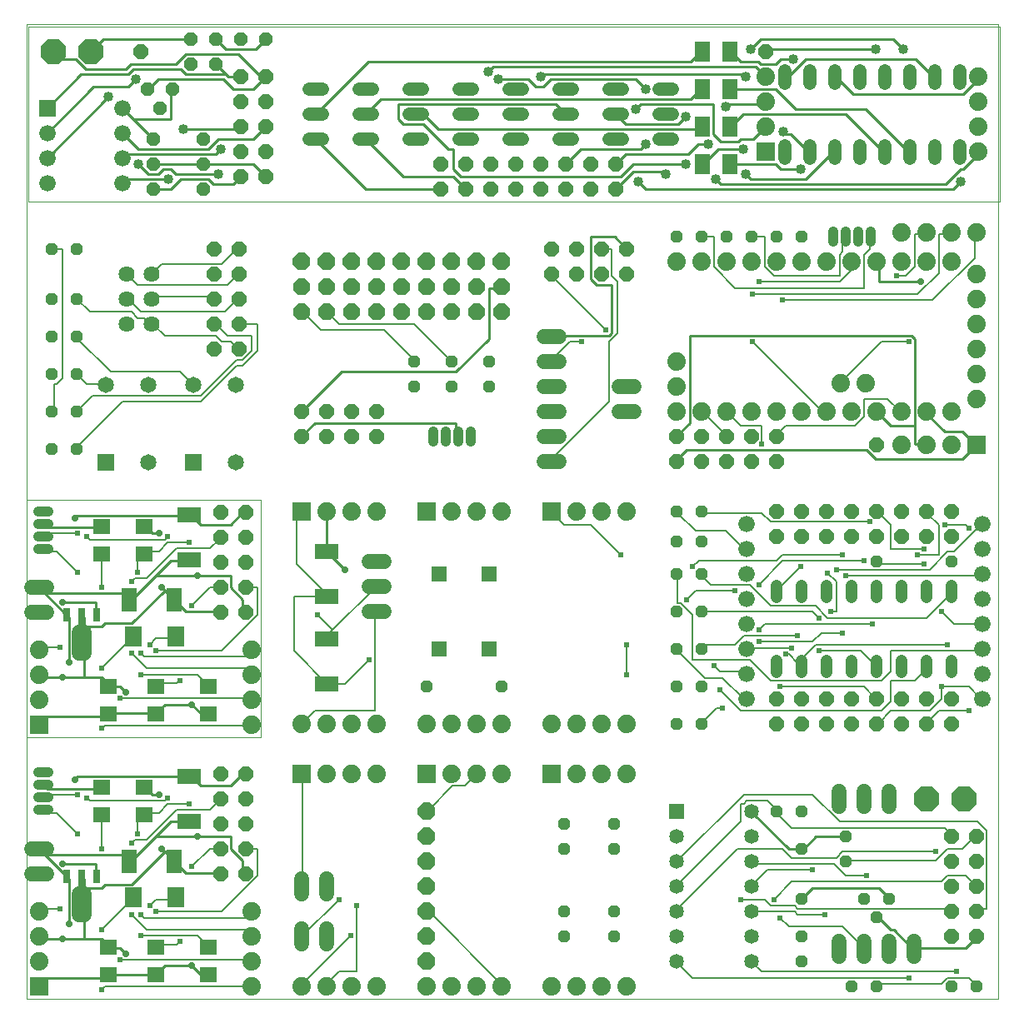
<source format=gbl>
G04 This is an RS-274x file exported by *
G04 gerbv version 2.6.1 *
G04 More information is available about gerbv at *
G04 http://gerbv.geda-project.org/ *
G04 --End of header info--*
%MOIN*%
%FSLAX34Y34*%
%IPPOS*%
G04 --Define apertures--*
%ADD10C,0.0000*%
%ADD11R,0.0709X0.0630*%
%ADD12R,0.0700X0.0800*%
%ADD13R,0.0315X0.0551*%
%ADD14R,0.0315X0.0748*%
%ADD15C,0.0600*%
%AMMACRO16*
5,1,8,0.000000,0.000000,0.064943,22.500000*
%
%ADD16MACRO16*%
%ADD17R,0.0650X0.0650*%
%ADD18C,0.0650*%
%AMMACRO19*
5,1,8,0.000000,0.000000,0.051955,22.500000*
%
%ADD19MACRO19*%
%ADD20R,0.0585X0.0585*%
%ADD21C,0.0585*%
%AMMACRO22*
5,1,8,0.000000,0.000000,0.108239,22.500000*
%
%ADD22MACRO22*%
%ADD23C,0.0740*%
%ADD24C,0.0640*%
%AMMACRO25*
5,1,8,0.000000,0.000000,0.075767,22.500000*
%
%ADD25MACRO25*%
%AMMACRO26*
5,1,8,0.000000,0.000000,0.071438,22.500000*
%
%ADD26MACRO26*%
%ADD27C,0.0413*%
%ADD28C,0.0660*%
%ADD29C,0.0480*%
%ADD30R,0.0740X0.0740*%
%ADD31R,0.0591X0.0591*%
%ADD32R,0.0945X0.0591*%
%ADD33R,0.0591X0.0945*%
%ADD34C,0.0100*%
%ADD35C,0.0280*%
%ADD36C,0.0080*%
%ADD37C,0.0240*%
%AMMACRO38*
5,1,8,0.000000,0.000000,0.064943,22.500000*
%
%ADD38MACRO38*%
%ADD39R,0.0660X0.0660*%
%AMMACRO40*
5,1,8,0.000000,0.000000,0.056284,22.500000*
%
%ADD40MACRO40*%
%AMMACRO41*
5,1,8,0.000000,0.000000,0.108239,22.500000*
%
%ADD41MACRO41*%
%AMMACRO42*
5,1,8,0.000000,0.000000,0.064943,22.500000*
%
%ADD42MACRO42*%
%ADD43C,0.0520*%
%ADD44R,0.0630X0.0787*%
%ADD45C,0.0400*%
G04 --Start main section--*
G54D10*
G01X0000535Y0000450D02*
G01X0000535Y0039446D01*
G01X0000535Y0039446D02*
G01X0039405Y0039446D01*
G01X0039405Y0039446D02*
G01X0039405Y0000450D01*
G01X0039405Y0000450D02*
G01X0000535Y0000450D01*
G54D11*
G01X0003785Y0001399D03*
G01X0003785Y0002501D03*
G01X0005685Y0002501D03*
G01X0005685Y0001399D03*
G01X0007785Y0001399D03*
G01X0007785Y0002501D03*
G01X0005235Y0007799D03*
G01X0005235Y0008901D03*
G01X0003535Y0008901D03*
G01X0003535Y0007799D03*
G54D12*
G01X0004785Y0004500D03*
G01X0006485Y0004500D03*
G54D13*
G01X0003335Y0005350D03*
G01X0002135Y0005350D03*
G54D14*
G01X0002735Y0005250D03*
G54D15*
G01X0002835Y0003812D02*
G01X0002635Y0003812D01*
G01X0002635Y0003812D02*
G01X0002635Y0004648D01*
G01X0002635Y0004648D02*
G01X0002835Y0004648D01*
G01X0002835Y0004648D02*
G01X0002835Y0003812D01*
G01X0002835Y0004411D02*
G01X0002635Y0004411D01*
G01X0001335Y0005450D02*
G01X0000735Y0005450D01*
G01X0000735Y0006450D02*
G01X0001335Y0006450D01*
G01X0011535Y0005250D02*
G01X0011535Y0004650D01*
G01X0012535Y0004650D02*
G01X0012535Y0005250D01*
G01X0012535Y0003250D02*
G01X0012535Y0002650D01*
G01X0011535Y0002650D02*
G01X0011535Y0003250D01*
G01X0014235Y0015950D02*
G01X0014835Y0015950D01*
G01X0014835Y0016950D02*
G01X0014235Y0016950D01*
G01X0014235Y0017950D02*
G01X0014835Y0017950D01*
G01X0021235Y0021950D02*
G01X0021835Y0021950D01*
G01X0021835Y0022950D02*
G01X0021235Y0022950D01*
G01X0021235Y0023950D02*
G01X0021835Y0023950D01*
G01X0021835Y0024950D02*
G01X0021235Y0024950D01*
G01X0021235Y0025950D02*
G01X0021835Y0025950D01*
G01X0021835Y0026950D02*
G01X0021235Y0026950D01*
G01X0024235Y0024950D02*
G01X0024835Y0024950D01*
G01X0024835Y0023950D02*
G01X0024235Y0023950D01*
G01X0033035Y0008750D02*
G01X0033035Y0008150D01*
G01X0034035Y0008150D02*
G01X0034035Y0008750D01*
G01X0035035Y0008750D02*
G01X0035035Y0008150D01*
G01X0035035Y0002750D02*
G01X0035035Y0002150D01*
G01X0034035Y0002150D02*
G01X0034035Y0002750D01*
G01X0033035Y0002750D02*
G01X0033035Y0002150D01*
G01X0036035Y0002150D02*
G01X0036035Y0002750D01*
G54D16*
G01X0037535Y0002950D03*
G01X0037535Y0003950D03*
G01X0037535Y0004950D03*
G01X0037535Y0005950D03*
G01X0037535Y0006950D03*
G01X0038535Y0006950D03*
G01X0038535Y0005950D03*
G01X0038535Y0004950D03*
G01X0038535Y0003950D03*
G01X0038535Y0002950D03*
G01X0037535Y0011450D03*
G01X0036535Y0011450D03*
G01X0035535Y0011450D03*
G01X0034535Y0011450D03*
G01X0033535Y0011450D03*
G01X0032535Y0011450D03*
G01X0031535Y0011450D03*
G01X0030535Y0011450D03*
G01X0030535Y0012450D03*
G01X0031535Y0012450D03*
G01X0032535Y0012450D03*
G01X0033535Y0012450D03*
G01X0034535Y0012450D03*
G01X0035535Y0012450D03*
G01X0036535Y0012450D03*
G01X0037535Y0012450D03*
G01X0037535Y0018950D03*
G01X0036535Y0018950D03*
G01X0035535Y0018950D03*
G01X0034535Y0018950D03*
G01X0033535Y0018950D03*
G01X0032535Y0018950D03*
G01X0031535Y0018950D03*
G01X0030535Y0018950D03*
G01X0030535Y0019950D03*
G01X0031535Y0019950D03*
G01X0032535Y0019950D03*
G01X0033535Y0019950D03*
G01X0034535Y0019950D03*
G01X0035535Y0019950D03*
G01X0036535Y0019950D03*
G01X0037535Y0019950D03*
G01X0034535Y0022600D03*
G01X0030535Y0022950D03*
G01X0029535Y0022950D03*
G01X0028535Y0022950D03*
G01X0027535Y0022950D03*
G01X0026535Y0022950D03*
G01X0026535Y0021950D03*
G01X0027535Y0021950D03*
G01X0028535Y0021950D03*
G01X0029535Y0021950D03*
G01X0030535Y0021950D03*
G01X0024535Y0029450D03*
G01X0024535Y0030450D03*
G01X0023535Y0030450D03*
G01X0022535Y0030450D03*
G01X0022535Y0029450D03*
G01X0023535Y0029450D03*
G01X0021535Y0029450D03*
G01X0021535Y0030450D03*
G01X0014535Y0023950D03*
G01X0014535Y0022950D03*
G01X0013535Y0022950D03*
G01X0012535Y0022950D03*
G01X0012535Y0023950D03*
G01X0013535Y0023950D03*
G01X0011535Y0023950D03*
G01X0011535Y0022950D03*
G01X0009035Y0026450D03*
G01X0008035Y0026450D03*
G01X0008035Y0027450D03*
G01X0008035Y0028450D03*
G01X0009035Y0028450D03*
G01X0009035Y0027450D03*
G01X0009035Y0029450D03*
G01X0008035Y0029450D03*
G01X0008035Y0030450D03*
G01X0009035Y0030450D03*
G01X0009285Y0009450D03*
G01X0009285Y0008450D03*
G01X0008285Y0008450D03*
G01X0008285Y0009450D03*
G01X0008285Y0007450D03*
G01X0008285Y0006450D03*
G01X0008285Y0005450D03*
G01X0009285Y0005450D03*
G01X0009285Y0006450D03*
G01X0009285Y0007450D03*
G54D17*
G01X0007185Y0021900D03*
G01X0003685Y0021900D03*
G54D18*
G01X0005385Y0021900D03*
G01X0005385Y0025000D03*
G01X0003685Y0025000D03*
G01X0007185Y0025000D03*
G01X0008885Y0025000D03*
G01X0008885Y0021900D03*
G54D19*
G01X0002535Y0022450D03*
G01X0001535Y0022450D03*
G01X0001535Y0023950D03*
G01X0002535Y0023950D03*
G01X0002535Y0025450D03*
G01X0001535Y0025450D03*
G01X0001535Y0026950D03*
G01X0002535Y0026950D03*
G01X0002535Y0028450D03*
G01X0001535Y0028450D03*
G01X0001535Y0030450D03*
G01X0002535Y0030450D03*
G01X0016035Y0025950D03*
G01X0016035Y0024950D03*
G01X0017535Y0024950D03*
G01X0017535Y0025950D03*
G01X0019035Y0025950D03*
G01X0019035Y0024950D03*
G01X0026535Y0019950D03*
G01X0027535Y0019950D03*
G01X0027535Y0018750D03*
G01X0026535Y0018750D03*
G01X0026535Y0017450D03*
G01X0027535Y0017450D03*
G01X0027535Y0015950D03*
G01X0026535Y0015950D03*
G01X0026535Y0014450D03*
G01X0027535Y0014450D03*
G01X0027535Y0012950D03*
G01X0026535Y0012950D03*
G01X0026535Y0011450D03*
G01X0027535Y0011450D03*
G01X0030535Y0007950D03*
G01X0031535Y0007950D03*
G01X0031535Y0006450D03*
G01X0033285Y0005950D03*
G01X0033285Y0006950D03*
G01X0034035Y0004450D03*
G01X0034535Y0003700D03*
G01X0035035Y0004450D03*
G01X0031535Y0004450D03*
G01X0031535Y0002950D03*
G01X0031535Y0001950D03*
G01X0033535Y0000950D03*
G01X0034535Y0000950D03*
G01X0037535Y0000950D03*
G01X0038535Y0000950D03*
G01X0024035Y0002950D03*
G01X0024035Y0003950D03*
G01X0022035Y0003950D03*
G01X0022035Y0002950D03*
G01X0022035Y0006450D03*
G01X0022035Y0007450D03*
G01X0024035Y0007450D03*
G01X0024035Y0006450D03*
G01X0019535Y0012950D03*
G01X0016535Y0012950D03*
G01X0034535Y0017950D03*
G01X0037535Y0017950D03*
G01X0031535Y0030950D03*
G01X0030535Y0030950D03*
G01X0029535Y0030950D03*
G01X0028535Y0030950D03*
G01X0027535Y0030950D03*
G01X0026535Y0030950D03*
G54D20*
G01X0026535Y0007950D03*
G54D21*
G01X0026535Y0006950D03*
G01X0026535Y0005950D03*
G01X0026535Y0004950D03*
G01X0026535Y0003950D03*
G01X0026535Y0002950D03*
G01X0026535Y0001950D03*
G01X0029535Y0001950D03*
G01X0029535Y0002950D03*
G01X0029535Y0003950D03*
G01X0029535Y0004950D03*
G01X0029535Y0005950D03*
G01X0029535Y0006950D03*
G01X0029535Y0007950D03*
G54D22*
G01X0036535Y0008450D03*
G01X0038035Y0008450D03*
G54D23*
G01X0024535Y0009450D03*
G01X0023535Y0009450D03*
G01X0022535Y0009450D03*
G01X0022535Y0011450D03*
G01X0023535Y0011450D03*
G01X0024535Y0011450D03*
G01X0021535Y0011450D03*
G01X0019535Y0011450D03*
G01X0018535Y0011450D03*
G01X0017535Y0011450D03*
G01X0016535Y0011450D03*
G01X0014535Y0011450D03*
G01X0013535Y0011450D03*
G01X0012535Y0011450D03*
G01X0011535Y0011450D03*
G01X0012535Y0009450D03*
G01X0013535Y0009450D03*
G01X0014535Y0009450D03*
G01X0017535Y0009450D03*
G01X0018535Y0009450D03*
G01X0019535Y0009450D03*
G01X0019535Y0000950D03*
G01X0018535Y0000950D03*
G01X0017535Y0000950D03*
G01X0016535Y0000950D03*
G01X0014535Y0000950D03*
G01X0013535Y0000950D03*
G01X0012535Y0000950D03*
G01X0011535Y0000950D03*
G01X0009535Y0000950D03*
G01X0009535Y0001950D03*
G01X0009535Y0002950D03*
G01X0009535Y0003950D03*
G01X0001035Y0003950D03*
G01X0001035Y0002950D03*
G01X0001035Y0001950D03*
G01X0012535Y0019950D03*
G01X0013535Y0019950D03*
G01X0014535Y0019950D03*
G01X0017535Y0019950D03*
G01X0018535Y0019950D03*
G01X0019535Y0019950D03*
G01X0022535Y0019950D03*
G01X0023535Y0019950D03*
G01X0024535Y0019950D03*
G01X0026535Y0023950D03*
G01X0027535Y0023950D03*
G01X0028535Y0023950D03*
G01X0029535Y0023950D03*
G01X0030535Y0023950D03*
G01X0031535Y0023950D03*
G01X0032535Y0023950D03*
G01X0033535Y0023950D03*
G01X0034535Y0023950D03*
G01X0035535Y0023950D03*
G01X0036535Y0023950D03*
G01X0037535Y0023950D03*
G01X0038535Y0024450D03*
G01X0038535Y0025450D03*
G01X0038535Y0026450D03*
G01X0038535Y0027450D03*
G01X0038535Y0028450D03*
G01X0038535Y0029450D03*
G01X0037535Y0029950D03*
G01X0036535Y0029950D03*
G01X0035535Y0029950D03*
G01X0034535Y0029950D03*
G01X0033535Y0029950D03*
G01X0032535Y0029950D03*
G01X0031535Y0029950D03*
G01X0030535Y0029950D03*
G01X0029535Y0029950D03*
G01X0028535Y0029950D03*
G01X0027535Y0029950D03*
G01X0026535Y0029950D03*
G01X0026535Y0025950D03*
G01X0026535Y0024950D03*
G01X0033098Y0025075D03*
G01X0034098Y0025075D03*
G01X0035535Y0022600D03*
G01X0036535Y0022600D03*
G01X0037535Y0022600D03*
G01X0037535Y0031100D03*
G01X0036535Y0031100D03*
G01X0035535Y0031100D03*
G01X0038535Y0031100D03*
G01X0024535Y0000950D03*
G01X0023535Y0000950D03*
G01X0022535Y0000950D03*
G01X0021535Y0000950D03*
G54D24*
G01X0005535Y0027450D03*
G01X0004535Y0027450D03*
G01X0004535Y0028450D03*
G01X0005535Y0028450D03*
G01X0005535Y0029450D03*
G01X0004535Y0029450D03*
G54D25*
G01X0011535Y0029950D03*
G01X0012535Y0029950D03*
G01X0013535Y0029950D03*
G01X0014535Y0029950D03*
G01X0015535Y0029950D03*
G01X0016535Y0029950D03*
G01X0017535Y0029950D03*
G01X0018535Y0029950D03*
G01X0019535Y0029950D03*
G01X0016535Y0007950D03*
G01X0016535Y0006950D03*
G01X0016535Y0005950D03*
G01X0016535Y0004950D03*
G01X0016535Y0003950D03*
G01X0016535Y0002950D03*
G01X0016535Y0001950D03*
G01X0016535Y0000950D03*
G54D26*
G01X0016535Y0027950D03*
G01X0017535Y0027950D03*
G01X0017535Y0028950D03*
G01X0016535Y0028950D03*
G01X0015535Y0028950D03*
G01X0014535Y0028950D03*
G01X0013535Y0028950D03*
G01X0012535Y0028950D03*
G01X0011535Y0028950D03*
G01X0011535Y0027950D03*
G01X0012535Y0027950D03*
G01X0013535Y0027950D03*
G01X0014535Y0027950D03*
G01X0015535Y0027950D03*
G01X0018535Y0027950D03*
G01X0019535Y0027950D03*
G01X0019535Y0028950D03*
G01X0018535Y0028950D03*
G54D27*
G01X0018285Y0023157D02*
G01X0018285Y0022743D01*
G01X0017785Y0022743D02*
G01X0017785Y0023157D01*
G01X0017285Y0023157D02*
G01X0017285Y0022743D01*
G01X0016785Y0022743D02*
G01X0016785Y0023157D01*
G01X0001392Y0009500D02*
G01X0000978Y0009500D01*
G01X0000978Y0009000D02*
G01X0001392Y0009000D01*
G01X0001392Y0008500D02*
G01X0000978Y0008500D01*
G01X0000978Y0008000D02*
G01X0001392Y0008000D01*
G01X0032785Y0030743D02*
G01X0032785Y0031157D01*
G01X0033285Y0031157D02*
G01X0033285Y0030743D01*
G01X0033785Y0030743D02*
G01X0033785Y0031157D01*
G01X0034285Y0031157D02*
G01X0034285Y0030743D01*
G54D28*
G01X0038759Y0019450D03*
G01X0038759Y0018450D03*
G01X0038759Y0017450D03*
G01X0038759Y0016450D03*
G01X0038759Y0015450D03*
G01X0038759Y0014450D03*
G01X0038759Y0013450D03*
G01X0038759Y0012450D03*
G01X0029311Y0012450D03*
G01X0029311Y0013450D03*
G01X0029311Y0014450D03*
G01X0029311Y0015450D03*
G01X0029311Y0016450D03*
G01X0029311Y0017450D03*
G01X0029311Y0018450D03*
G01X0029311Y0019450D03*
G54D29*
G01X0030535Y0016990D02*
G01X0030535Y0016510D01*
G01X0031535Y0016510D02*
G01X0031535Y0016990D01*
G01X0032535Y0016990D02*
G01X0032535Y0016510D01*
G01X0033535Y0016510D02*
G01X0033535Y0016990D01*
G01X0034535Y0016990D02*
G01X0034535Y0016510D01*
G01X0035535Y0016510D02*
G01X0035535Y0016990D01*
G01X0036535Y0016990D02*
G01X0036535Y0016510D01*
G01X0037535Y0016510D02*
G01X0037535Y0016990D01*
G01X0037535Y0013990D02*
G01X0037535Y0013510D01*
G01X0036535Y0013510D02*
G01X0036535Y0013990D01*
G01X0035535Y0013990D02*
G01X0035535Y0013510D01*
G01X0034535Y0013510D02*
G01X0034535Y0013990D01*
G01X0033535Y0013990D02*
G01X0033535Y0013510D01*
G01X0032535Y0013510D02*
G01X0032535Y0013990D01*
G01X0031535Y0013990D02*
G01X0031535Y0013510D01*
G01X0030535Y0013510D02*
G01X0030535Y0013990D01*
G54D30*
G01X0038535Y0022600D03*
G01X0021535Y0019950D03*
G01X0016535Y0019950D03*
G01X0011535Y0019950D03*
G01X0011535Y0009450D03*
G01X0016535Y0009450D03*
G01X0021535Y0009450D03*
G01X0001035Y0000950D03*
G54D31*
G01X0017035Y0014450D03*
G01X0019035Y0014450D03*
G01X0019035Y0017450D03*
G01X0017035Y0017450D03*
G54D32*
G01X0012535Y0016544D03*
G01X0012535Y0014856D03*
G01X0012535Y0013044D03*
G01X0012535Y0018356D03*
G01X0007035Y0009356D03*
G01X0007035Y0007544D03*
G54D33*
G01X0006441Y0005950D03*
G01X0004630Y0005950D03*
G54D34*
G01X0004630Y0005950D02*
G01X0004615Y0005970D01*
G01X0004615Y0005970D02*
G01X0004375Y0006210D01*
G01X0004375Y0006210D02*
G01X0001255Y0006210D01*
G01X0001255Y0006210D02*
G01X0001035Y0006450D01*
G01X0001035Y0006450D02*
G01X0001015Y0006450D01*
G01X0001015Y0006450D02*
G01X0001255Y0006210D01*
G01X0001255Y0006210D02*
G01X0002095Y0005370D01*
G01X0002095Y0005370D02*
G01X0002135Y0005350D01*
G01X0002135Y0005350D02*
G01X0002215Y0005250D01*
G01X0002215Y0005250D02*
G01X0002215Y0003450D01*
G01X0001975Y0002850D02*
G01X0002815Y0002850D01*
G01X0002815Y0002850D02*
G01X0002815Y0004170D01*
G01X0002815Y0004170D02*
G01X0002735Y0004230D01*
G01X0002735Y0004230D02*
G01X0002815Y0004290D01*
G01X0002815Y0004290D02*
G01X0002815Y0004890D01*
G01X0002815Y0004890D02*
G01X0002735Y0005250D01*
G01X0002735Y0005250D02*
G01X0002815Y0005250D01*
G01X0002815Y0005250D02*
G01X0002815Y0004890D01*
G01X0002815Y0004890D02*
G01X0003535Y0004890D01*
G01X0003535Y0004890D02*
G01X0003655Y0005010D01*
G01X0003655Y0005010D02*
G01X0004735Y0005010D01*
G01X0004735Y0005010D02*
G01X0006055Y0006330D01*
G01X0006055Y0006330D02*
G01X0005935Y0006450D01*
G01X0006055Y0006330D02*
G01X0006415Y0005970D01*
G01X0006415Y0005970D02*
G01X0006441Y0005950D01*
G01X0006441Y0005950D02*
G01X0006535Y0005850D01*
G01X0006535Y0005850D02*
G01X0006895Y0005490D01*
G01X0006895Y0005490D02*
G01X0008215Y0005490D01*
G01X0008215Y0005490D02*
G01X0008285Y0005450D01*
G01X0009175Y0005490D02*
G01X0009175Y0005970D01*
G01X0009175Y0005970D02*
G01X0008695Y0006450D01*
G01X0008695Y0006450D02*
G01X0008695Y0006930D01*
G01X0008695Y0006930D02*
G01X0007375Y0006930D01*
G01X0007375Y0006930D02*
G01X0005695Y0006930D01*
G01X0005695Y0006930D02*
G01X0004735Y0005970D01*
G01X0004735Y0005970D02*
G01X0004630Y0005950D01*
G01X0003295Y0005850D02*
G01X0003295Y0005370D01*
G01X0003295Y0005370D02*
G01X0003335Y0005350D01*
G01X0003295Y0005850D02*
G01X0001975Y0005850D01*
G01X0001975Y0002850D02*
G01X0001135Y0002850D01*
G01X0001135Y0002850D02*
G01X0001035Y0002950D01*
G01X0001375Y0001290D02*
G01X0003775Y0001290D01*
G01X0003775Y0001290D02*
G01X0003785Y0001399D01*
G01X0003785Y0001399D02*
G01X0003895Y0001410D01*
G01X0003895Y0001410D02*
G01X0005575Y0001410D01*
G01X0005575Y0001410D02*
G01X0005685Y0001399D01*
G01X0005685Y0001399D02*
G01X0005695Y0001410D01*
G01X0005695Y0001410D02*
G01X0006055Y0001770D01*
G01X0006055Y0001770D02*
G01X0007135Y0001770D01*
G01X0007135Y0001770D02*
G01X0007495Y0001410D01*
G01X0007495Y0001410D02*
G01X0007735Y0001410D01*
G01X0007735Y0001410D02*
G01X0007785Y0001399D01*
G01X0004495Y0002250D02*
G01X0004255Y0002490D01*
G01X0004255Y0002490D02*
G01X0003895Y0002490D01*
G01X0003895Y0002490D02*
G01X0003785Y0002501D01*
G01X0003785Y0002501D02*
G01X0003775Y0002610D01*
G01X0003775Y0002610D02*
G01X0003535Y0002850D01*
G01X0003535Y0002850D02*
G01X0002815Y0002850D01*
G01X0001375Y0001290D02*
G01X0001035Y0000950D01*
G01X0005695Y0006930D02*
G01X0006295Y0007530D01*
G01X0006295Y0007530D02*
G01X0007015Y0007530D01*
G01X0007015Y0007530D02*
G01X0007035Y0007544D01*
G01X0007495Y0008970D02*
G01X0008695Y0008970D01*
G01X0008695Y0008970D02*
G01X0009175Y0009450D01*
G01X0009175Y0009450D02*
G01X0009285Y0009450D01*
G01X0007495Y0008970D02*
G01X0007135Y0009330D01*
G01X0007135Y0009330D02*
G01X0007035Y0009356D01*
G01X0007035Y0009356D02*
G01X0007015Y0009330D01*
G01X0007015Y0009330D02*
G01X0002575Y0009330D01*
G01X0002575Y0009330D02*
G01X0002455Y0009210D01*
G01X0003535Y0008901D02*
G01X0003535Y0008850D01*
G01X0003535Y0008850D02*
G01X0001375Y0008850D01*
G01X0001375Y0008850D02*
G01X0001255Y0008970D01*
G01X0001255Y0008970D02*
G01X0001185Y0009000D01*
G01X0005235Y0008901D02*
G01X0005335Y0008850D01*
G01X0005335Y0008850D02*
G01X0005575Y0008610D01*
G01X0005575Y0008610D02*
G01X0005815Y0008610D01*
G01X0009175Y0005490D02*
G01X0009285Y0005450D01*
G01X0013255Y0017610D02*
G01X0012535Y0018330D01*
G01X0012535Y0018330D02*
G01X0012535Y0018356D01*
G01X0012535Y0018356D02*
G01X0012535Y0019950D01*
G01X0011535Y0022950D02*
G01X0011575Y0023010D01*
G01X0011575Y0023010D02*
G01X0012055Y0023490D01*
G01X0012055Y0023490D02*
G01X0017695Y0023490D01*
G01X0017695Y0023490D02*
G01X0017695Y0023010D01*
G01X0017695Y0023010D02*
G01X0017785Y0022950D01*
G01X0017695Y0025530D02*
G01X0019015Y0026850D01*
G01X0019015Y0026850D02*
G01X0019015Y0028890D01*
G01X0019015Y0028890D02*
G01X0019495Y0028890D01*
G01X0019495Y0028890D02*
G01X0019535Y0028950D01*
G01X0021535Y0026970D02*
G01X0021535Y0026950D01*
G01X0021535Y0026970D02*
G01X0023815Y0026970D01*
G01X0023815Y0026970D02*
G01X0023935Y0027090D01*
G01X0023935Y0027090D02*
G01X0023935Y0029010D01*
G01X0023935Y0029010D02*
G01X0023335Y0029010D01*
G01X0023335Y0029010D02*
G01X0023095Y0029250D01*
G01X0023095Y0029250D02*
G01X0023095Y0030930D01*
G01X0023095Y0030930D02*
G01X0024055Y0030930D01*
G01X0024055Y0030930D02*
G01X0024535Y0030450D01*
G01X0027055Y0026970D02*
G01X0035935Y0026970D01*
G01X0035935Y0026970D02*
G01X0036055Y0026850D01*
G01X0036055Y0026850D02*
G01X0036055Y0023370D01*
G01X0036055Y0023370D02*
G01X0035095Y0023370D01*
G01X0035095Y0023370D02*
G01X0034615Y0023850D01*
G01X0034615Y0023850D02*
G01X0034535Y0023950D01*
G01X0034135Y0022410D02*
G01X0034495Y0022050D01*
G01X0034495Y0022050D02*
G01X0037975Y0022050D01*
G01X0037975Y0022050D02*
G01X0038455Y0022530D01*
G01X0038455Y0022530D02*
G01X0038535Y0022600D01*
G01X0038535Y0022600D02*
G01X0038455Y0022650D01*
G01X0038455Y0022650D02*
G01X0037975Y0023130D01*
G01X0037975Y0023130D02*
G01X0037255Y0023130D01*
G01X0037255Y0023130D02*
G01X0036535Y0023850D01*
G01X0036535Y0023850D02*
G01X0036535Y0023950D01*
G01X0036055Y0023370D02*
G01X0036055Y0022650D01*
G01X0036055Y0022650D02*
G01X0036535Y0022650D01*
G01X0036535Y0022650D02*
G01X0036535Y0022600D01*
G01X0034135Y0022410D02*
G01X0026935Y0022410D01*
G01X0026935Y0022410D02*
G01X0026575Y0022050D01*
G01X0026575Y0022050D02*
G01X0026535Y0021950D01*
G01X0026535Y0022950D02*
G01X0026575Y0023010D01*
G01X0026575Y0023010D02*
G01X0027055Y0023490D01*
G01X0027055Y0023490D02*
G01X0027055Y0026970D01*
G01X0034615Y0029130D02*
G01X0036295Y0029130D01*
G01X0034615Y0029130D02*
G01X0034615Y0029850D01*
G01X0034615Y0029850D02*
G01X0034535Y0029950D01*
G01X0017695Y0025530D02*
G01X0013135Y0025530D01*
G01X0013135Y0025530D02*
G01X0011575Y0023970D01*
G01X0011575Y0023970D02*
G01X0011535Y0023950D01*
G01X0029535Y0007950D02*
G01X0029575Y0007890D01*
G01X0029575Y0007890D02*
G01X0031015Y0006450D01*
G01X0031015Y0006450D02*
G01X0031535Y0006450D01*
G01X0031535Y0006450D02*
G01X0031615Y0006450D01*
G01X0031615Y0006450D02*
G01X0032095Y0006930D01*
G01X0032095Y0006930D02*
G01X0033175Y0006930D01*
G01X0033175Y0006930D02*
G01X0033285Y0006950D01*
G01X0031975Y0004890D02*
G01X0031535Y0004450D01*
G01X0031975Y0004890D02*
G01X0034615Y0004890D01*
G01X0034615Y0004890D02*
G01X0034975Y0004530D01*
G01X0034975Y0004530D02*
G01X0035035Y0004450D01*
G01X0034615Y0003690D02*
G01X0034535Y0003700D01*
G01X0034615Y0003690D02*
G01X0035095Y0003210D01*
G01X0035095Y0003210D02*
G01X0035215Y0003210D01*
G01X0035215Y0003210D02*
G01X0035935Y0002490D01*
G01X0035935Y0002490D02*
G01X0036035Y0002450D01*
G01X0036035Y0002450D02*
G01X0036055Y0002490D01*
G01X0036055Y0002490D02*
G01X0038095Y0002490D01*
G01X0038095Y0002490D02*
G01X0038455Y0002850D01*
G01X0038455Y0002850D02*
G01X0038535Y0002950D01*
G54D35*
G01X0013255Y0017610D03*
G01X0005815Y0008610D03*
G01X0007375Y0006930D03*
G01X0005935Y0006450D03*
G01X0002455Y0009210D03*
G01X0001975Y0005850D03*
G01X0002215Y0003450D03*
G01X0001975Y0002850D03*
G01X0004495Y0002250D03*
G01X0007135Y0001770D03*
G01X0036295Y0029130D03*
G54D36*
G01X0036175Y0028650D02*
G01X0037015Y0029490D01*
G01X0037015Y0029490D02*
G01X0037015Y0031050D01*
G01X0037015Y0031050D02*
G01X0037495Y0031050D01*
G01X0037495Y0031050D02*
G01X0037535Y0031100D01*
G01X0036535Y0031100D02*
G01X0036535Y0031050D01*
G01X0036535Y0031050D02*
G01X0036055Y0031050D01*
G01X0036055Y0031050D02*
G01X0036055Y0029730D01*
G01X0036055Y0029730D02*
G01X0035695Y0029370D01*
G01X0035695Y0029370D02*
G01X0035335Y0029370D01*
G01X0036175Y0028650D02*
G01X0029575Y0028650D01*
G01X0029815Y0029130D02*
G01X0033055Y0029130D01*
G01X0033055Y0029130D02*
G01X0033535Y0029610D01*
G01X0033535Y0029610D02*
G01X0033535Y0029950D01*
G01X0033175Y0030330D02*
G01X0033055Y0030210D01*
G01X0033055Y0030210D02*
G01X0033055Y0029370D01*
G01X0033055Y0029370D02*
G01X0030415Y0029370D01*
G01X0030415Y0029370D02*
G01X0030055Y0029730D01*
G01X0030055Y0029730D02*
G01X0030055Y0030930D01*
G01X0030055Y0030930D02*
G01X0029575Y0030930D01*
G01X0029575Y0030930D02*
G01X0029535Y0030950D01*
G01X0028015Y0030930D02*
G01X0028015Y0029730D01*
G01X0028015Y0029730D02*
G01X0028855Y0028890D01*
G01X0028855Y0028890D02*
G01X0034015Y0028890D01*
G01X0034015Y0028890D02*
G01X0034015Y0030210D01*
G01X0034015Y0030210D02*
G01X0034255Y0030450D01*
G01X0034255Y0030450D02*
G01X0034255Y0030930D01*
G01X0034255Y0030930D02*
G01X0034285Y0030950D01*
G01X0033285Y0030950D02*
G01X0033175Y0030930D01*
G01X0033175Y0030930D02*
G01X0033175Y0030330D01*
G01X0030775Y0028410D02*
G01X0036775Y0028410D01*
G01X0036775Y0028410D02*
G01X0038455Y0030090D01*
G01X0038455Y0030090D02*
G01X0038455Y0031050D01*
G01X0038455Y0031050D02*
G01X0038535Y0031100D01*
G01X0035815Y0026730D02*
G01X0034735Y0026730D01*
G01X0034735Y0026730D02*
G01X0033175Y0025170D01*
G01X0033175Y0025170D02*
G01X0033098Y0025075D01*
G01X0034015Y0024450D02*
G01X0034015Y0023730D01*
G01X0034015Y0023730D02*
G01X0033655Y0023370D01*
G01X0033655Y0023370D02*
G01X0030895Y0023370D01*
G01X0030895Y0023370D02*
G01X0030535Y0023010D01*
G01X0030535Y0023010D02*
G01X0030535Y0022950D01*
G01X0029935Y0022650D02*
G01X0029935Y0023370D01*
G01X0029935Y0023370D02*
G01X0029095Y0023370D01*
G01X0029095Y0023370D02*
G01X0028615Y0023850D01*
G01X0028615Y0023850D02*
G01X0028535Y0023950D01*
G01X0027655Y0023850D02*
G01X0028495Y0023010D01*
G01X0028495Y0023010D02*
G01X0028535Y0022950D01*
G01X0027655Y0023850D02*
G01X0027535Y0023850D01*
G01X0027535Y0023850D02*
G01X0027535Y0023950D01*
G01X0029575Y0026730D02*
G01X0032335Y0023970D01*
G01X0032335Y0023970D02*
G01X0032455Y0023970D01*
G01X0032455Y0023970D02*
G01X0032535Y0023950D01*
G01X0034015Y0024450D02*
G01X0034975Y0024450D01*
G01X0034975Y0024450D02*
G01X0035455Y0023970D01*
G01X0035455Y0023970D02*
G01X0035535Y0023950D01*
G01X0034535Y0019950D02*
G01X0034615Y0019890D01*
G01X0034615Y0019890D02*
G01X0035095Y0019410D01*
G01X0035095Y0019410D02*
G01X0035095Y0018450D01*
G01X0035095Y0018450D02*
G01X0036415Y0018450D01*
G01X0036175Y0018210D02*
G01X0037015Y0018210D01*
G01X0037015Y0018210D02*
G01X0037015Y0019410D01*
G01X0037015Y0019410D02*
G01X0036535Y0019890D01*
G01X0036535Y0019890D02*
G01X0036535Y0019950D01*
G01X0037255Y0019410D02*
G01X0038095Y0019410D01*
G01X0038095Y0019410D02*
G01X0038215Y0019290D01*
G01X0038695Y0019410D02*
G01X0038759Y0019450D01*
G01X0038695Y0019410D02*
G01X0037615Y0018330D01*
G01X0037615Y0018330D02*
G01X0037375Y0018330D01*
G01X0037375Y0018330D02*
G01X0036655Y0017610D01*
G01X0036655Y0017610D02*
G01X0032935Y0017610D01*
G01X0032575Y0017490D02*
G01X0032935Y0017130D01*
G01X0032935Y0017130D02*
G01X0032935Y0015930D01*
G01X0032935Y0015930D02*
G01X0032695Y0015930D01*
G01X0032575Y0015690D02*
G01X0032095Y0016170D01*
G01X0032095Y0016170D02*
G01X0030295Y0016170D01*
G01X0030295Y0016170D02*
G01X0029455Y0017010D01*
G01X0029455Y0017010D02*
G01X0027895Y0017010D01*
G01X0027895Y0017010D02*
G01X0027535Y0017370D01*
G01X0027535Y0017370D02*
G01X0027535Y0017450D01*
G01X0027175Y0017730D02*
G01X0027415Y0017970D01*
G01X0027415Y0017970D02*
G01X0030535Y0017970D01*
G01X0030535Y0017970D02*
G01X0030775Y0018210D01*
G01X0030775Y0018210D02*
G01X0033175Y0018210D01*
G01X0033295Y0017370D02*
G01X0038695Y0017370D01*
G01X0038695Y0017370D02*
G01X0038759Y0017450D01*
G01X0037535Y0016750D02*
G01X0037495Y0016650D01*
G01X0037495Y0016650D02*
G01X0036535Y0015690D01*
G01X0036535Y0015690D02*
G01X0032575Y0015690D01*
G01X0032215Y0015690D02*
G01X0031975Y0015930D01*
G01X0031975Y0015930D02*
G01X0027535Y0015930D01*
G01X0027535Y0015930D02*
G01X0027535Y0015950D01*
G01X0027175Y0015810D02*
G01X0027175Y0014010D01*
G01X0027175Y0014010D02*
G01X0029455Y0014010D01*
G01X0029455Y0014010D02*
G01X0030295Y0013170D01*
G01X0030295Y0013170D02*
G01X0034735Y0013170D01*
G01X0034735Y0013170D02*
G01X0035095Y0013530D01*
G01X0035095Y0013530D02*
G01X0035095Y0014370D01*
G01X0035095Y0014370D02*
G01X0038695Y0014370D01*
G01X0038695Y0014370D02*
G01X0038759Y0014450D01*
G01X0038759Y0015450D02*
G01X0037615Y0015450D01*
G01X0037615Y0015450D02*
G01X0037135Y0015930D01*
G01X0037375Y0014610D02*
G01X0032095Y0014610D01*
G01X0032095Y0014610D02*
G01X0031375Y0013890D01*
G01X0031375Y0013890D02*
G01X0031535Y0013750D01*
G01X0031535Y0013750D02*
G01X0031495Y0013770D01*
G01X0031495Y0013770D02*
G01X0031375Y0013890D01*
G01X0031375Y0013890D02*
G01X0031015Y0014250D01*
G01X0031015Y0014250D02*
G01X0030895Y0014250D01*
G01X0031135Y0014490D02*
G01X0029335Y0014490D01*
G01X0029335Y0014490D02*
G01X0029311Y0014450D01*
G01X0028855Y0014610D02*
G01X0029215Y0014970D01*
G01X0029215Y0014970D02*
G01X0031375Y0014970D01*
G01X0031975Y0014730D02*
G01X0032335Y0015090D01*
G01X0032335Y0015090D02*
G01X0033175Y0015090D01*
G01X0033895Y0014370D02*
G01X0032215Y0014370D01*
G01X0031975Y0014730D02*
G01X0029815Y0014730D01*
G01X0029815Y0015210D02*
G01X0030055Y0015450D01*
G01X0030055Y0015450D02*
G01X0034375Y0015450D01*
G01X0033895Y0014370D02*
G01X0034495Y0013770D01*
G01X0034495Y0013770D02*
G01X0034535Y0013750D01*
G01X0035095Y0013170D02*
G01X0036055Y0013170D01*
G01X0036055Y0013170D02*
G01X0036535Y0013650D01*
G01X0036535Y0013650D02*
G01X0036535Y0013750D01*
G01X0037135Y0012930D02*
G01X0038215Y0012930D01*
G01X0038215Y0012930D02*
G01X0038695Y0012450D01*
G01X0038695Y0012450D02*
G01X0038759Y0012450D01*
G01X0038215Y0011970D02*
G01X0037015Y0011970D01*
G01X0037015Y0011970D02*
G01X0036535Y0011490D01*
G01X0036535Y0011490D02*
G01X0036535Y0011450D01*
G01X0036655Y0011970D02*
G01X0037135Y0012450D01*
G01X0037135Y0012450D02*
G01X0037135Y0012930D01*
G01X0036655Y0011970D02*
G01X0035095Y0011970D01*
G01X0035095Y0011970D02*
G01X0034615Y0011490D01*
G01X0034615Y0011490D02*
G01X0034535Y0011450D01*
G01X0034735Y0011970D02*
G01X0035095Y0012330D01*
G01X0035095Y0012330D02*
G01X0035095Y0013170D01*
G01X0034535Y0012450D02*
G01X0034495Y0012450D01*
G01X0034495Y0012450D02*
G01X0034015Y0012930D01*
G01X0034015Y0012930D02*
G01X0030655Y0012930D01*
G01X0029311Y0012450D02*
G01X0029215Y0012450D01*
G01X0029215Y0012450D02*
G01X0028375Y0013290D01*
G01X0028375Y0013290D02*
G01X0027655Y0013290D01*
G01X0027655Y0013290D02*
G01X0026575Y0014370D01*
G01X0026575Y0014370D02*
G01X0026535Y0014450D01*
G01X0027535Y0014490D02*
G01X0027535Y0014450D01*
G01X0027535Y0014490D02*
G01X0027655Y0014610D01*
G01X0027655Y0014610D02*
G01X0028855Y0014610D01*
G01X0029215Y0013530D02*
G01X0028255Y0013530D01*
G01X0028255Y0013530D02*
G01X0028015Y0013770D01*
G01X0028255Y0012810D02*
G01X0029095Y0011970D01*
G01X0029095Y0011970D02*
G01X0034735Y0011970D01*
G01X0031975Y0008610D02*
G01X0033055Y0007530D01*
G01X0033055Y0007530D02*
G01X0038575Y0007530D01*
G01X0038575Y0007530D02*
G01X0038935Y0007170D01*
G01X0038935Y0007170D02*
G01X0038935Y0004050D01*
G01X0038935Y0004050D02*
G01X0038575Y0004050D01*
G01X0038575Y0004050D02*
G01X0038535Y0003950D01*
G01X0037535Y0003950D02*
G01X0037495Y0004050D01*
G01X0037495Y0004050D02*
G01X0031375Y0004050D01*
G01X0031375Y0004050D02*
G01X0031255Y0004170D01*
G01X0031255Y0004170D02*
G01X0030295Y0004170D01*
G01X0030295Y0004170D02*
G01X0030055Y0004410D01*
G01X0030055Y0004410D02*
G01X0029095Y0004410D01*
G01X0029535Y0004950D02*
G01X0029575Y0005010D01*
G01X0029575Y0005010D02*
G01X0030175Y0005610D01*
G01X0030175Y0005610D02*
G01X0031975Y0005610D01*
G01X0031135Y0005130D02*
G01X0037135Y0005130D01*
G01X0037135Y0005130D02*
G01X0037375Y0005370D01*
G01X0037375Y0005370D02*
G01X0038095Y0005370D01*
G01X0038095Y0005370D02*
G01X0038455Y0005010D01*
G01X0038455Y0005010D02*
G01X0038535Y0004950D01*
G01X0037975Y0006450D02*
G01X0037375Y0006450D01*
G01X0037375Y0006450D02*
G01X0036895Y0005970D01*
G01X0036895Y0005970D02*
G01X0033295Y0005970D01*
G01X0033295Y0005970D02*
G01X0033285Y0005950D01*
G01X0032935Y0006090D02*
G01X0033175Y0006330D01*
G01X0033175Y0006330D02*
G01X0036895Y0006330D01*
G01X0037535Y0006950D02*
G01X0037495Y0007050D01*
G01X0037495Y0007050D02*
G01X0037255Y0007290D01*
G01X0037255Y0007290D02*
G01X0031135Y0007290D01*
G01X0031135Y0007290D02*
G01X0030535Y0007890D01*
G01X0030535Y0007890D02*
G01X0030535Y0007950D01*
G01X0030535Y0007950D02*
G01X0030535Y0008010D01*
G01X0030535Y0008010D02*
G01X0030175Y0008370D01*
G01X0030175Y0008370D02*
G01X0029335Y0008370D01*
G01X0029335Y0008370D02*
G01X0029215Y0008250D01*
G01X0029215Y0008250D02*
G01X0029095Y0008250D01*
G01X0029095Y0008250D02*
G01X0029095Y0007530D01*
G01X0029095Y0007530D02*
G01X0026575Y0005010D01*
G01X0026575Y0005010D02*
G01X0026535Y0004950D01*
G01X0026575Y0004050D02*
G01X0026535Y0003950D01*
G01X0026575Y0004050D02*
G01X0028975Y0006450D01*
G01X0028975Y0006450D02*
G01X0030775Y0006450D01*
G01X0030775Y0006450D02*
G01X0031135Y0006090D01*
G01X0031135Y0006090D02*
G01X0032935Y0006090D01*
G01X0032815Y0005850D02*
G01X0033295Y0005370D01*
G01X0033295Y0005370D02*
G01X0034135Y0005370D01*
G01X0032815Y0005850D02*
G01X0029575Y0005850D01*
G01X0029575Y0005850D02*
G01X0029535Y0005950D01*
G01X0030415Y0004410D02*
G01X0031135Y0005130D01*
G01X0031255Y0003930D02*
G01X0031375Y0003810D01*
G01X0031375Y0003810D02*
G01X0032455Y0003810D01*
G01X0033175Y0003330D02*
G01X0034015Y0002490D01*
G01X0034015Y0002490D02*
G01X0034035Y0002450D01*
G01X0033175Y0003330D02*
G01X0031015Y0003330D01*
G01X0031015Y0003330D02*
G01X0030655Y0003690D01*
G01X0031255Y0003930D02*
G01X0029575Y0003930D01*
G01X0029575Y0003930D02*
G01X0029535Y0003950D01*
G01X0029535Y0001950D02*
G01X0029575Y0001890D01*
G01X0029575Y0001890D02*
G01X0029935Y0001530D01*
G01X0029935Y0001530D02*
G01X0037735Y0001530D01*
G01X0037375Y0001290D02*
G01X0038215Y0001290D01*
G01X0038215Y0001290D02*
G01X0038455Y0001050D01*
G01X0038455Y0001050D02*
G01X0038535Y0000950D01*
G01X0037375Y0001290D02*
G01X0037135Y0001050D01*
G01X0037135Y0001050D02*
G01X0034615Y0001050D01*
G01X0034615Y0001050D02*
G01X0034535Y0000950D01*
G01X0035815Y0001290D02*
G01X0027175Y0001290D01*
G01X0027175Y0001290D02*
G01X0026575Y0001890D01*
G01X0026575Y0001890D02*
G01X0026535Y0001950D01*
G01X0026535Y0005950D02*
G01X0026575Y0005970D01*
G01X0026575Y0005970D02*
G01X0029215Y0008610D01*
G01X0029215Y0008610D02*
G01X0031975Y0008610D01*
G01X0028375Y0012090D02*
G01X0028135Y0012090D01*
G01X0028135Y0012090D02*
G01X0027535Y0011490D01*
G01X0027535Y0011490D02*
G01X0027535Y0011450D01*
G01X0029215Y0013530D02*
G01X0029311Y0013450D01*
G01X0027175Y0015810D02*
G01X0026695Y0016290D01*
G01X0026695Y0016290D02*
G01X0026575Y0016290D01*
G01X0026575Y0016290D02*
G01X0026575Y0017370D01*
G01X0026575Y0017370D02*
G01X0026535Y0017450D01*
G01X0027295Y0016770D02*
G01X0028855Y0016770D01*
G01X0029815Y0017010D02*
G01X0030775Y0017970D01*
G01X0030775Y0017970D02*
G01X0034015Y0017970D01*
G01X0034535Y0017950D02*
G01X0034615Y0017850D01*
G01X0034615Y0017850D02*
G01X0036415Y0017850D01*
G01X0034255Y0019530D02*
G01X0030295Y0019530D01*
G01X0030295Y0019530D02*
G01X0029935Y0019890D01*
G01X0029935Y0019890D02*
G01X0027535Y0019890D01*
G01X0027535Y0019890D02*
G01X0027535Y0019950D01*
G01X0027295Y0019170D02*
G01X0028495Y0019170D01*
G01X0028495Y0019170D02*
G01X0029215Y0018450D01*
G01X0029215Y0018450D02*
G01X0029311Y0018450D01*
G01X0030535Y0016770D02*
G01X0030535Y0016750D01*
G01X0030535Y0016770D02*
G01X0031495Y0017730D01*
G01X0027295Y0016770D02*
G01X0026935Y0016410D01*
G01X0024535Y0014610D02*
G01X0024535Y0013410D01*
G01X0024295Y0018210D02*
G01X0023095Y0019410D01*
G01X0023095Y0019410D02*
G01X0022015Y0019410D01*
G01X0022015Y0019410D02*
G01X0021535Y0019890D01*
G01X0021535Y0019890D02*
G01X0021535Y0019950D01*
G01X0021535Y0021950D02*
G01X0021535Y0022050D01*
G01X0021535Y0022050D02*
G01X0023815Y0024330D01*
G01X0023815Y0024330D02*
G01X0023815Y0026730D01*
G01X0023815Y0026730D02*
G01X0024175Y0027090D01*
G01X0024175Y0027090D02*
G01X0024175Y0029130D01*
G01X0024175Y0029130D02*
G01X0023935Y0029370D01*
G01X0023935Y0029370D02*
G01X0023935Y0030450D01*
G01X0023935Y0030450D02*
G01X0023535Y0030450D01*
G01X0021535Y0029450D02*
G01X0021535Y0029370D01*
G01X0021535Y0029370D02*
G01X0023695Y0027210D01*
G01X0022735Y0026730D02*
G01X0022255Y0026730D01*
G01X0022255Y0026730D02*
G01X0021535Y0026010D01*
G01X0021535Y0026010D02*
G01X0021535Y0025950D01*
G01X0017535Y0025950D02*
G01X0017455Y0026010D01*
G01X0017455Y0026010D02*
G01X0016015Y0027450D01*
G01X0016015Y0027450D02*
G01X0013015Y0027450D01*
G01X0013015Y0027450D02*
G01X0012535Y0027930D01*
G01X0012535Y0027930D02*
G01X0012535Y0027950D01*
G01X0012295Y0027210D02*
G01X0011575Y0027930D01*
G01X0011575Y0027930D02*
G01X0011535Y0027950D01*
G01X0012295Y0027210D02*
G01X0014815Y0027210D01*
G01X0014815Y0027210D02*
G01X0016015Y0026010D01*
G01X0016015Y0026010D02*
G01X0016035Y0025950D01*
G01X0011535Y0019950D02*
G01X0011455Y0019890D01*
G01X0011455Y0019890D02*
G01X0011335Y0019890D01*
G01X0011335Y0019890D02*
G01X0011335Y0017850D01*
G01X0011335Y0017850D02*
G01X0012535Y0016650D01*
G01X0012535Y0016650D02*
G01X0012535Y0016544D01*
G01X0012535Y0016544D02*
G01X0012535Y0016530D01*
G01X0012535Y0016530D02*
G01X0011215Y0016530D01*
G01X0011215Y0016530D02*
G01X0011215Y0014370D01*
G01X0011215Y0014370D02*
G01X0012535Y0013050D01*
G01X0012535Y0013050D02*
G01X0012535Y0013044D01*
G01X0012535Y0013050D02*
G01X0013255Y0013050D01*
G01X0013255Y0013050D02*
G01X0014215Y0014010D01*
G01X0012775Y0015210D02*
G01X0012535Y0014970D01*
G01X0012535Y0014970D02*
G01X0012535Y0014856D01*
G01X0012775Y0015210D02*
G01X0012175Y0015810D01*
G01X0012775Y0015210D02*
G01X0014455Y0016890D01*
G01X0014455Y0016890D02*
G01X0014535Y0016950D01*
G01X0014535Y0015950D02*
G01X0014455Y0015930D01*
G01X0014455Y0015930D02*
G01X0014455Y0011970D01*
G01X0014455Y0011970D02*
G01X0012055Y0011970D01*
G01X0012055Y0011970D02*
G01X0011535Y0011450D01*
G01X0011575Y0009450D02*
G01X0011535Y0009450D01*
G01X0011575Y0009450D02*
G01X0011575Y0005010D01*
G01X0011575Y0005010D02*
G01X0011535Y0004950D01*
G01X0013015Y0004410D02*
G01X0011575Y0002970D01*
G01X0011575Y0002970D02*
G01X0011535Y0002950D01*
G01X0013015Y0001530D02*
G01X0012535Y0001050D01*
G01X0012535Y0001050D02*
G01X0012535Y0000950D01*
G01X0013015Y0001530D02*
G01X0013735Y0001530D01*
G01X0013735Y0001530D02*
G01X0013735Y0004170D01*
G01X0013495Y0002970D02*
G01X0011575Y0001050D01*
G01X0011575Y0001050D02*
G01X0011535Y0000950D01*
G01X0009535Y0000930D02*
G01X0009535Y0000950D01*
G01X0009535Y0000930D02*
G01X0003655Y0000930D01*
G01X0003655Y0000930D02*
G01X0003535Y0000810D01*
G01X0004255Y0002010D02*
G01X0009535Y0002010D01*
G01X0009535Y0002010D02*
G01X0009535Y0001950D01*
G01X0009535Y0002950D02*
G01X0009535Y0002970D01*
G01X0009535Y0002970D02*
G01X0009295Y0003210D01*
G01X0009295Y0003210D02*
G01X0005335Y0003210D01*
G01X0005335Y0003210D02*
G01X0004735Y0003810D01*
G01X0005095Y0003810D02*
G01X0005215Y0003690D01*
G01X0005215Y0003690D02*
G01X0009295Y0003690D01*
G01X0009295Y0003690D02*
G01X0009535Y0003930D01*
G01X0009535Y0003930D02*
G01X0009535Y0003950D01*
G01X0008335Y0003930D02*
G01X0009775Y0005370D01*
G01X0009775Y0005370D02*
G01X0009775Y0006450D01*
G01X0009775Y0006450D02*
G01X0009285Y0006450D01*
G01X0008285Y0006450D02*
G01X0007855Y0006450D01*
G01X0007855Y0006450D02*
G01X0007135Y0005730D01*
G01X0006485Y0004500D02*
G01X0006415Y0004410D01*
G01X0006415Y0004410D02*
G01X0005695Y0004410D01*
G01X0005695Y0004410D02*
G01X0005455Y0004170D01*
G01X0005695Y0003930D02*
G01X0008335Y0003930D01*
G01X0007375Y0002970D02*
G01X0005095Y0002970D01*
G01X0005695Y0002610D02*
G01X0005685Y0002501D01*
G01X0005695Y0002610D02*
G01X0006535Y0002610D01*
G01X0006535Y0002610D02*
G01X0006655Y0002730D01*
G01X0007375Y0002970D02*
G01X0007735Y0002610D01*
G01X0007735Y0002610D02*
G01X0007785Y0002501D01*
G01X0007785Y0002501D02*
G01X0007855Y0002490D01*
G01X0004735Y0004410D02*
G01X0004785Y0004500D01*
G01X0004735Y0004410D02*
G01X0003535Y0003210D01*
G01X0001855Y0004050D02*
G01X0001135Y0004050D01*
G01X0001135Y0004050D02*
G01X0001035Y0003950D01*
G01X0003535Y0006450D02*
G01X0003535Y0007799D01*
G01X0003535Y0007799D02*
G01X0003535Y0007890D01*
G01X0003055Y0008370D02*
G01X0002935Y0008490D01*
G01X0003055Y0008370D02*
G01X0006055Y0008370D01*
G01X0006055Y0008370D02*
G01X0006175Y0008490D01*
G01X0006175Y0008250D02*
G01X0005815Y0007890D01*
G01X0005815Y0007890D02*
G01X0005335Y0007890D01*
G01X0005335Y0007890D02*
G01X0005235Y0007799D01*
G01X0005235Y0007799D02*
G01X0005215Y0007770D01*
G01X0005215Y0007770D02*
G01X0004975Y0007770D01*
G01X0004975Y0007770D02*
G01X0004975Y0007050D01*
G01X0004855Y0006810D02*
G01X0005335Y0006810D01*
G01X0005335Y0006810D02*
G01X0006535Y0008010D01*
G01X0006535Y0008010D02*
G01X0007855Y0008010D01*
G01X0007855Y0008010D02*
G01X0008215Y0008370D01*
G01X0008215Y0008370D02*
G01X0008285Y0008450D01*
G01X0007015Y0008250D02*
G01X0006175Y0008250D01*
G01X0004855Y0006810D02*
G01X0004735Y0006690D01*
G01X0002575Y0007050D02*
G01X0001735Y0007890D01*
G01X0001735Y0007890D02*
G01X0001255Y0007890D01*
G01X0001255Y0007890D02*
G01X0001185Y0008000D01*
G01X0001185Y0008500D02*
G01X0001255Y0008610D01*
G01X0001255Y0008610D02*
G01X0002575Y0008610D01*
G01X0002535Y0022450D02*
G01X0002575Y0022530D01*
G01X0002575Y0022530D02*
G01X0004375Y0024330D01*
G01X0004375Y0024330D02*
G01X0007495Y0024330D01*
G01X0007495Y0024330D02*
G01X0008935Y0025770D01*
G01X0008935Y0025770D02*
G01X0009175Y0025770D01*
G01X0009175Y0025770D02*
G01X0009775Y0026370D01*
G01X0009775Y0026370D02*
G01X0009775Y0027450D01*
G01X0009775Y0027450D02*
G01X0009035Y0027450D01*
G01X0008575Y0026970D02*
G01X0008095Y0027450D01*
G01X0008095Y0027450D02*
G01X0008035Y0027450D01*
G01X0008095Y0026970D02*
G01X0006055Y0026970D01*
G01X0006055Y0026970D02*
G01X0005575Y0027450D01*
G01X0005575Y0027450D02*
G01X0005535Y0027450D01*
G01X0005535Y0027450D02*
G01X0005455Y0027450D01*
G01X0005455Y0027450D02*
G01X0005215Y0027690D01*
G01X0005215Y0027690D02*
G01X0004975Y0027690D01*
G01X0004975Y0027690D02*
G01X0004735Y0027930D01*
G01X0004735Y0027930D02*
G01X0003055Y0027930D01*
G01X0003055Y0027930D02*
G01X0002535Y0028450D01*
G01X0002535Y0026950D02*
G01X0002575Y0026850D01*
G01X0002575Y0026850D02*
G01X0003895Y0025530D01*
G01X0003895Y0025530D02*
G01X0006655Y0025530D01*
G01X0006655Y0025530D02*
G01X0007185Y0025000D01*
G01X0007495Y0024570D02*
G01X0008935Y0026010D01*
G01X0008935Y0026010D02*
G01X0009175Y0026010D01*
G01X0009175Y0026010D02*
G01X0009535Y0026370D01*
G01X0009535Y0026370D02*
G01X0009535Y0026970D01*
G01X0009535Y0026970D02*
G01X0008575Y0026970D01*
G01X0008695Y0026730D02*
G01X0008335Y0026730D01*
G01X0008335Y0026730D02*
G01X0008095Y0026970D01*
G01X0008695Y0026730D02*
G01X0008935Y0026490D01*
G01X0008935Y0026490D02*
G01X0009035Y0026450D01*
G01X0008455Y0027930D02*
G01X0005095Y0027930D01*
G01X0005095Y0027930D02*
G01X0004615Y0028410D01*
G01X0004615Y0028410D02*
G01X0004535Y0028450D01*
G01X0004975Y0029010D02*
G01X0004535Y0029450D01*
G01X0004975Y0029010D02*
G01X0008575Y0029010D01*
G01X0008575Y0029010D02*
G01X0008935Y0029370D01*
G01X0008935Y0029370D02*
G01X0009035Y0029450D01*
G01X0008335Y0029850D02*
G01X0008935Y0030450D01*
G01X0008935Y0030450D02*
G01X0009035Y0030450D01*
G01X0008335Y0029850D02*
G01X0005935Y0029850D01*
G01X0005935Y0029850D02*
G01X0005535Y0029450D01*
G01X0005575Y0028530D02*
G01X0005535Y0028450D01*
G01X0005575Y0028530D02*
G01X0007975Y0028530D01*
G01X0007975Y0028530D02*
G01X0008035Y0028450D01*
G01X0008455Y0027930D02*
G01X0008935Y0028410D01*
G01X0008935Y0028410D02*
G01X0009035Y0028450D01*
G01X0007495Y0024570D02*
G01X0003175Y0024570D01*
G01X0003175Y0024570D02*
G01X0002575Y0023970D01*
G01X0002575Y0023970D02*
G01X0002535Y0023950D01*
G01X0001615Y0023970D02*
G01X0001535Y0023950D01*
G01X0001615Y0023970D02*
G01X0001615Y0025050D01*
G01X0001615Y0025050D02*
G01X0001735Y0025050D01*
G01X0001735Y0025050D02*
G01X0001975Y0025290D01*
G01X0001975Y0025290D02*
G01X0001975Y0030450D01*
G01X0001975Y0030450D02*
G01X0001535Y0030450D01*
G01X0002535Y0025450D02*
G01X0002935Y0025050D01*
G01X0002935Y0025050D02*
G01X0003655Y0025050D01*
G01X0003655Y0025050D02*
G01X0003685Y0025000D01*
G01X0018535Y0009450D02*
G01X0018055Y0008970D01*
G01X0018055Y0008970D02*
G01X0017575Y0008970D01*
G01X0017575Y0008970D02*
G01X0016615Y0008010D01*
G01X0016615Y0008010D02*
G01X0016535Y0007950D01*
G01X0016535Y0003950D02*
G01X0016615Y0003930D01*
G01X0016615Y0003930D02*
G01X0019495Y0001050D01*
G01X0019495Y0001050D02*
G01X0019535Y0000950D01*
G01X0037975Y0006450D02*
G01X0038455Y0006930D01*
G01X0038455Y0006930D02*
G01X0038535Y0006950D01*
G01X0027295Y0019170D02*
G01X0026575Y0019890D01*
G01X0026575Y0019890D02*
G01X0026535Y0019950D01*
G01X0027535Y0030930D02*
G01X0027535Y0030950D01*
G01X0027535Y0030930D02*
G01X0028015Y0030930D01*
G54D37*
G01X0029815Y0029130D03*
G01X0029575Y0028650D03*
G01X0030775Y0028410D03*
G01X0029575Y0026730D03*
G01X0029935Y0022650D03*
G01X0034255Y0019530D03*
G01X0033175Y0018210D03*
G01X0032935Y0017610D03*
G01X0032575Y0017490D03*
G01X0033295Y0017370D03*
G01X0034015Y0017970D03*
G01X0036175Y0018210D03*
G01X0036415Y0018450D03*
G01X0036415Y0017850D03*
G01X0037255Y0019410D03*
G01X0038215Y0019290D03*
G01X0037135Y0015930D03*
G01X0037375Y0014610D03*
G01X0037135Y0012930D03*
G01X0038215Y0011970D03*
G01X0034375Y0015450D03*
G01X0033175Y0015090D03*
G01X0032695Y0015930D03*
G01X0032215Y0015690D03*
G01X0031375Y0014970D03*
G01X0031135Y0014490D03*
G01X0030895Y0014250D03*
G01X0029815Y0014730D03*
G01X0029815Y0015210D03*
G01X0028855Y0016770D03*
G01X0029815Y0017010D03*
G01X0031495Y0017730D03*
G01X0032215Y0014370D03*
G01X0030655Y0012930D03*
G01X0028255Y0012810D03*
G01X0028375Y0012090D03*
G01X0028015Y0013770D03*
G01X0026935Y0016410D03*
G01X0027175Y0017730D03*
G01X0024295Y0018210D03*
G01X0024535Y0014610D03*
G01X0024535Y0013410D03*
G01X0031975Y0005610D03*
G01X0030415Y0004410D03*
G01X0030655Y0003690D03*
G01X0029095Y0004410D03*
G01X0032455Y0003810D03*
G01X0034135Y0005370D03*
G01X0036895Y0006330D03*
G01X0037735Y0001530D03*
G01X0035815Y0001290D03*
G01X0014215Y0014010D03*
G01X0012175Y0015810D03*
G01X0006175Y0008490D03*
G01X0007015Y0008250D03*
G01X0004975Y0007050D03*
G01X0004735Y0006690D03*
G01X0003535Y0006450D03*
G01X0002575Y0007050D03*
G01X0002935Y0008490D03*
G01X0002575Y0008610D03*
G01X0001855Y0004050D03*
G01X0003535Y0003210D03*
G01X0004735Y0003810D03*
G01X0005095Y0003810D03*
G01X0005455Y0004170D03*
G01X0005695Y0003930D03*
G01X0005095Y0002970D03*
G01X0004255Y0002010D03*
G01X0003535Y0000810D03*
G01X0006655Y0002730D03*
G01X0007135Y0005730D03*
G01X0013015Y0004410D03*
G01X0013735Y0004170D03*
G01X0013495Y0002970D03*
G01X0022735Y0026730D03*
G01X0023695Y0027210D03*
G01X0035335Y0029370D03*
G01X0035815Y0026730D03*
G01X0000000Y0010600D02*
G54D10*
G01X0000535Y0010900D02*
G01X0000535Y0020396D01*
G01X0000535Y0020396D02*
G01X0009905Y0020396D01*
G01X0009905Y0020396D02*
G01X0009905Y0010900D01*
G01X0009905Y0010900D02*
G01X0000535Y0010900D01*
G54D11*
G01X0003785Y0011849D03*
G01X0003785Y0012951D03*
G01X0005685Y0012951D03*
G01X0005685Y0011849D03*
G01X0007785Y0011849D03*
G01X0007785Y0012951D03*
G01X0005235Y0018249D03*
G01X0005235Y0019351D03*
G01X0003535Y0019351D03*
G01X0003535Y0018249D03*
G54D12*
G01X0004785Y0014950D03*
G01X0006485Y0014950D03*
G54D13*
G01X0003335Y0015800D03*
G01X0002135Y0015800D03*
G54D14*
G01X0002735Y0015700D03*
G54D15*
G01X0002835Y0014262D02*
G01X0002635Y0014262D01*
G01X0002635Y0014262D02*
G01X0002635Y0015098D01*
G01X0002635Y0015098D02*
G01X0002835Y0015098D01*
G01X0002835Y0015098D02*
G01X0002835Y0014262D01*
G01X0002835Y0014861D02*
G01X0002635Y0014861D01*
G01X0001335Y0015900D02*
G01X0000735Y0015900D01*
G01X0000735Y0016900D02*
G01X0001335Y0016900D01*
G54D38*
G01X0008285Y0016900D03*
G01X0009285Y0016900D03*
G01X0009285Y0015900D03*
G01X0008285Y0015900D03*
G01X0008285Y0017900D03*
G01X0009285Y0017900D03*
G01X0009285Y0018900D03*
G01X0008285Y0018900D03*
G01X0008285Y0019900D03*
G01X0009285Y0019900D03*
G54D27*
G01X0001392Y0019950D02*
G01X0000978Y0019950D01*
G01X0000978Y0019450D02*
G01X0001392Y0019450D01*
G01X0001392Y0018950D02*
G01X0000978Y0018950D01*
G01X0000978Y0018450D02*
G01X0001392Y0018450D01*
G54D23*
G01X0001035Y0014400D03*
G01X0001035Y0013400D03*
G01X0001035Y0012400D03*
G01X0009535Y0012400D03*
G01X0009535Y0011400D03*
G01X0009535Y0013400D03*
G01X0009535Y0014400D03*
G54D30*
G01X0001035Y0011400D03*
G54D32*
G01X0007035Y0017994D03*
G01X0007035Y0019806D03*
G54D33*
G01X0006441Y0016400D03*
G01X0004630Y0016400D03*
G54D34*
G01X0004630Y0016400D02*
G01X0004615Y0016420D01*
G01X0004615Y0016420D02*
G01X0004375Y0016660D01*
G01X0004375Y0016660D02*
G01X0001255Y0016660D01*
G01X0001255Y0016660D02*
G01X0001035Y0016900D01*
G01X0001035Y0016900D02*
G01X0001015Y0016900D01*
G01X0001015Y0016900D02*
G01X0001255Y0016660D01*
G01X0001255Y0016660D02*
G01X0002095Y0015820D01*
G01X0002095Y0015820D02*
G01X0002135Y0015800D01*
G01X0002135Y0015800D02*
G01X0002215Y0015700D01*
G01X0002215Y0015700D02*
G01X0002215Y0013900D01*
G01X0001975Y0013300D02*
G01X0002815Y0013300D01*
G01X0002815Y0013300D02*
G01X0002815Y0014620D01*
G01X0002815Y0014620D02*
G01X0002735Y0014680D01*
G01X0002735Y0014680D02*
G01X0002815Y0014740D01*
G01X0002815Y0014740D02*
G01X0002815Y0015340D01*
G01X0002815Y0015340D02*
G01X0002735Y0015700D01*
G01X0002735Y0015700D02*
G01X0002815Y0015700D01*
G01X0002815Y0015700D02*
G01X0002815Y0015340D01*
G01X0002815Y0015340D02*
G01X0003535Y0015340D01*
G01X0003535Y0015340D02*
G01X0003655Y0015460D01*
G01X0003655Y0015460D02*
G01X0004735Y0015460D01*
G01X0004735Y0015460D02*
G01X0006055Y0016780D01*
G01X0006055Y0016780D02*
G01X0005935Y0016900D01*
G01X0006055Y0016780D02*
G01X0006415Y0016420D01*
G01X0006415Y0016420D02*
G01X0006441Y0016400D01*
G01X0006441Y0016400D02*
G01X0006535Y0016300D01*
G01X0006535Y0016300D02*
G01X0006895Y0015940D01*
G01X0006895Y0015940D02*
G01X0008215Y0015940D01*
G01X0008215Y0015940D02*
G01X0008285Y0015900D01*
G01X0009175Y0015940D02*
G01X0009285Y0015900D01*
G01X0009175Y0015940D02*
G01X0009175Y0016420D01*
G01X0009175Y0016420D02*
G01X0008695Y0016900D01*
G01X0008695Y0016900D02*
G01X0008695Y0017380D01*
G01X0008695Y0017380D02*
G01X0007375Y0017380D01*
G01X0007375Y0017380D02*
G01X0005695Y0017380D01*
G01X0005695Y0017380D02*
G01X0004735Y0016420D01*
G01X0004735Y0016420D02*
G01X0004630Y0016400D01*
G01X0005695Y0017380D02*
G01X0006295Y0017980D01*
G01X0006295Y0017980D02*
G01X0007015Y0017980D01*
G01X0007015Y0017980D02*
G01X0007035Y0017994D01*
G01X0005815Y0019060D02*
G01X0005575Y0019060D01*
G01X0005575Y0019060D02*
G01X0005335Y0019300D01*
G01X0005335Y0019300D02*
G01X0005235Y0019351D01*
G01X0003535Y0019300D02*
G01X0003535Y0019351D01*
G01X0003535Y0019300D02*
G01X0001375Y0019300D01*
G01X0001375Y0019300D02*
G01X0001255Y0019420D01*
G01X0001255Y0019420D02*
G01X0001185Y0019450D01*
G01X0002455Y0019660D02*
G01X0002575Y0019780D01*
G01X0002575Y0019780D02*
G01X0007015Y0019780D01*
G01X0007015Y0019780D02*
G01X0007035Y0019806D01*
G01X0007035Y0019806D02*
G01X0007135Y0019780D01*
G01X0007135Y0019780D02*
G01X0007495Y0019420D01*
G01X0007495Y0019420D02*
G01X0008695Y0019420D01*
G01X0008695Y0019420D02*
G01X0009175Y0019900D01*
G01X0009175Y0019900D02*
G01X0009285Y0019900D01*
G01X0003335Y0015800D02*
G01X0003295Y0015820D01*
G01X0003295Y0015820D02*
G01X0003295Y0016300D01*
G01X0003295Y0016300D02*
G01X0001975Y0016300D01*
G01X0001035Y0013400D02*
G01X0001135Y0013300D01*
G01X0001135Y0013300D02*
G01X0001975Y0013300D01*
G01X0002815Y0013300D02*
G01X0003535Y0013300D01*
G01X0003535Y0013300D02*
G01X0003775Y0013060D01*
G01X0003775Y0013060D02*
G01X0003785Y0012951D01*
G01X0003785Y0012951D02*
G01X0003895Y0012940D01*
G01X0003895Y0012940D02*
G01X0004255Y0012940D01*
G01X0004255Y0012940D02*
G01X0004495Y0012700D01*
G01X0003895Y0011860D02*
G01X0003785Y0011849D01*
G01X0003785Y0011849D02*
G01X0003775Y0011740D01*
G01X0003775Y0011740D02*
G01X0001375Y0011740D01*
G01X0001375Y0011740D02*
G01X0001035Y0011400D01*
G01X0003895Y0011860D02*
G01X0005575Y0011860D01*
G01X0005575Y0011860D02*
G01X0005685Y0011849D01*
G01X0005685Y0011849D02*
G01X0005695Y0011860D01*
G01X0005695Y0011860D02*
G01X0006055Y0012220D01*
G01X0006055Y0012220D02*
G01X0007135Y0012220D01*
G01X0007135Y0012220D02*
G01X0007495Y0011860D01*
G01X0007495Y0011860D02*
G01X0007735Y0011860D01*
G01X0007735Y0011860D02*
G01X0007785Y0011849D01*
G54D35*
G01X0007135Y0012220D03*
G01X0004495Y0012700D03*
G01X0002215Y0013900D03*
G01X0001975Y0013300D03*
G01X0001975Y0016300D03*
G01X0002455Y0019660D03*
G01X0005815Y0019060D03*
G01X0007375Y0017380D03*
G01X0005935Y0016900D03*
G54D36*
G01X0005335Y0017260D02*
G01X0006535Y0018460D01*
G01X0006535Y0018460D02*
G01X0007855Y0018460D01*
G01X0007855Y0018460D02*
G01X0008215Y0018820D01*
G01X0008215Y0018820D02*
G01X0008285Y0018900D01*
G01X0007015Y0018700D02*
G01X0006175Y0018700D01*
G01X0006175Y0018700D02*
G01X0005815Y0018340D01*
G01X0005815Y0018340D02*
G01X0005335Y0018340D01*
G01X0005335Y0018340D02*
G01X0005235Y0018249D01*
G01X0005235Y0018249D02*
G01X0005215Y0018220D01*
G01X0005215Y0018220D02*
G01X0004975Y0018220D01*
G01X0004975Y0018220D02*
G01X0004975Y0017500D01*
G01X0004855Y0017260D02*
G01X0005335Y0017260D01*
G01X0004855Y0017260D02*
G01X0004735Y0017140D01*
G01X0003535Y0016900D02*
G01X0003535Y0018249D01*
G01X0003535Y0018249D02*
G01X0003535Y0018340D01*
G01X0003055Y0018820D02*
G01X0002935Y0018940D01*
G01X0003055Y0018820D02*
G01X0006055Y0018820D01*
G01X0006055Y0018820D02*
G01X0006175Y0018940D01*
G01X0007855Y0016900D02*
G01X0008285Y0016900D01*
G01X0007855Y0016900D02*
G01X0007135Y0016180D01*
G01X0006485Y0014950D02*
G01X0006415Y0014860D01*
G01X0006415Y0014860D02*
G01X0005695Y0014860D01*
G01X0005695Y0014860D02*
G01X0005455Y0014620D01*
G01X0005695Y0014380D02*
G01X0008335Y0014380D01*
G01X0008335Y0014380D02*
G01X0009775Y0015820D01*
G01X0009775Y0015820D02*
G01X0009775Y0016900D01*
G01X0009775Y0016900D02*
G01X0009285Y0016900D01*
G01X0009535Y0014400D02*
G01X0009535Y0014380D01*
G01X0009535Y0014380D02*
G01X0009295Y0014140D01*
G01X0009295Y0014140D02*
G01X0005215Y0014140D01*
G01X0005215Y0014140D02*
G01X0005095Y0014260D01*
G01X0004735Y0014260D02*
G01X0005335Y0013660D01*
G01X0005335Y0013660D02*
G01X0009295Y0013660D01*
G01X0009295Y0013660D02*
G01X0009535Y0013420D01*
G01X0009535Y0013420D02*
G01X0009535Y0013400D01*
G01X0009535Y0012460D02*
G01X0009535Y0012400D01*
G01X0009535Y0012460D02*
G01X0004255Y0012460D01*
G01X0005095Y0013420D02*
G01X0007375Y0013420D01*
G01X0007375Y0013420D02*
G01X0007735Y0013060D01*
G01X0007735Y0013060D02*
G01X0007785Y0012951D01*
G01X0007785Y0012951D02*
G01X0007855Y0012940D01*
G01X0006655Y0013180D02*
G01X0006535Y0013060D01*
G01X0006535Y0013060D02*
G01X0005695Y0013060D01*
G01X0005695Y0013060D02*
G01X0005685Y0012951D01*
G01X0003655Y0011380D02*
G01X0009535Y0011380D01*
G01X0009535Y0011380D02*
G01X0009535Y0011400D01*
G01X0004735Y0014860D02*
G01X0004785Y0014950D01*
G01X0004735Y0014860D02*
G01X0003535Y0013660D01*
G01X0001855Y0014500D02*
G01X0001135Y0014500D01*
G01X0001135Y0014500D02*
G01X0001035Y0014400D01*
G01X0003655Y0011380D02*
G01X0003535Y0011260D01*
G01X0002575Y0017500D02*
G01X0001735Y0018340D01*
G01X0001735Y0018340D02*
G01X0001255Y0018340D01*
G01X0001255Y0018340D02*
G01X0001185Y0018450D01*
G01X0001185Y0018950D02*
G01X0001255Y0019060D01*
G01X0001255Y0019060D02*
G01X0002575Y0019060D01*
G54D37*
G01X0002575Y0019060D03*
G01X0002935Y0018940D03*
G01X0002575Y0017500D03*
G01X0003535Y0016900D03*
G01X0004735Y0017140D03*
G01X0004975Y0017500D03*
G01X0006175Y0018940D03*
G01X0007015Y0018700D03*
G01X0007135Y0016180D03*
G01X0005455Y0014620D03*
G01X0005695Y0014380D03*
G01X0005095Y0014260D03*
G01X0004735Y0014260D03*
G01X0005095Y0013420D03*
G01X0004255Y0012460D03*
G01X0003535Y0011260D03*
G01X0003535Y0013660D03*
G01X0001855Y0014500D03*
G01X0006655Y0013180D03*
G01X0000500Y0032200D02*
G54D10*
G01X0000600Y0032330D02*
G01X0000600Y0039326D01*
G01X0000600Y0039326D02*
G01X0039470Y0039326D01*
G01X0039470Y0039326D02*
G01X0039470Y0032330D01*
G01X0039470Y0032330D02*
G01X0000600Y0032330D01*
G54D39*
G01X0001350Y0036080D03*
G54D28*
G01X0004350Y0036080D03*
G01X0004350Y0035080D03*
G01X0001350Y0035080D03*
G01X0001350Y0034080D03*
G01X0004350Y0034080D03*
G01X0004350Y0033080D03*
G01X0001350Y0033080D03*
G54D40*
G01X0005600Y0032830D03*
G01X0007600Y0032830D03*
G01X0007600Y0033830D03*
G01X0005600Y0033830D03*
G01X0005600Y0034830D03*
G01X0007600Y0034830D03*
G01X0005850Y0036080D03*
G01X0005350Y0036830D03*
G01X0006350Y0036830D03*
G01X0007100Y0037830D03*
G01X0008100Y0037830D03*
G01X0008100Y0038830D03*
G01X0007100Y0038830D03*
G01X0009100Y0038830D03*
G01X0010100Y0038830D03*
G54D41*
G01X0003100Y0038330D03*
G01X0001600Y0038330D03*
G54D42*
G01X0005100Y0038330D03*
G01X0009100Y0037330D03*
G01X0010100Y0037330D03*
G01X0010100Y0036330D03*
G01X0009100Y0036330D03*
G01X0009100Y0035330D03*
G01X0010100Y0035330D03*
G01X0010100Y0034330D03*
G01X0009100Y0034330D03*
G01X0009100Y0033330D03*
G01X0010100Y0033330D03*
G01X0017100Y0032830D03*
G01X0018100Y0032830D03*
G01X0019100Y0032830D03*
G01X0020100Y0032830D03*
G01X0021100Y0032830D03*
G01X0022100Y0032830D03*
G01X0023100Y0032830D03*
G01X0024100Y0032830D03*
G01X0024100Y0033830D03*
G01X0023100Y0033830D03*
G01X0022100Y0033830D03*
G01X0021100Y0033830D03*
G01X0020100Y0033830D03*
G01X0019100Y0033830D03*
G01X0018100Y0033830D03*
G01X0017100Y0033830D03*
G01X0030100Y0038330D03*
G54D23*
G01X0030100Y0037330D03*
G01X0030100Y0036330D03*
G01X0030100Y0035330D03*
G01X0038600Y0035330D03*
G01X0038600Y0034330D03*
G01X0038600Y0036330D03*
G01X0038600Y0037330D03*
G54D30*
G01X0030100Y0034330D03*
G54D43*
G01X0030850Y0034070D02*
G01X0030850Y0034590D01*
G01X0031850Y0034590D02*
G01X0031850Y0034070D01*
G01X0032850Y0034070D02*
G01X0032850Y0034590D01*
G01X0033850Y0034590D02*
G01X0033850Y0034070D01*
G01X0034850Y0034070D02*
G01X0034850Y0034590D01*
G01X0035850Y0034590D02*
G01X0035850Y0034070D01*
G01X0036850Y0034070D02*
G01X0036850Y0034590D01*
G01X0037850Y0034590D02*
G01X0037850Y0034070D01*
G01X0026360Y0034830D02*
G01X0025840Y0034830D01*
G01X0024360Y0034830D02*
G01X0023840Y0034830D01*
G01X0022360Y0034830D02*
G01X0021840Y0034830D01*
G01X0020360Y0034830D02*
G01X0019840Y0034830D01*
G01X0018360Y0034830D02*
G01X0017840Y0034830D01*
G01X0016360Y0034830D02*
G01X0015840Y0034830D01*
G01X0014360Y0034830D02*
G01X0013840Y0034830D01*
G01X0012360Y0034830D02*
G01X0011840Y0034830D01*
G01X0011840Y0035830D02*
G01X0012360Y0035830D01*
G01X0013840Y0035830D02*
G01X0014360Y0035830D01*
G01X0015840Y0035830D02*
G01X0016360Y0035830D01*
G01X0017840Y0035830D02*
G01X0018360Y0035830D01*
G01X0019840Y0035830D02*
G01X0020360Y0035830D01*
G01X0021840Y0035830D02*
G01X0022360Y0035830D01*
G01X0023840Y0035830D02*
G01X0024360Y0035830D01*
G01X0025840Y0035830D02*
G01X0026360Y0035830D01*
G01X0026360Y0036830D02*
G01X0025840Y0036830D01*
G01X0024360Y0036830D02*
G01X0023840Y0036830D01*
G01X0022360Y0036830D02*
G01X0021840Y0036830D01*
G01X0020360Y0036830D02*
G01X0019840Y0036830D01*
G01X0018360Y0036830D02*
G01X0017840Y0036830D01*
G01X0016360Y0036830D02*
G01X0015840Y0036830D01*
G01X0014360Y0036830D02*
G01X0013840Y0036830D01*
G01X0012360Y0036830D02*
G01X0011840Y0036830D01*
G01X0030850Y0037070D02*
G01X0030850Y0037590D01*
G01X0031850Y0037590D02*
G01X0031850Y0037070D01*
G01X0032850Y0037070D02*
G01X0032850Y0037590D01*
G01X0033850Y0037590D02*
G01X0033850Y0037070D01*
G01X0034850Y0037070D02*
G01X0034850Y0037590D01*
G01X0035850Y0037590D02*
G01X0035850Y0037070D01*
G01X0036850Y0037070D02*
G01X0036850Y0037590D01*
G01X0037850Y0037590D02*
G01X0037850Y0037070D01*
G54D44*
G01X0028651Y0036830D03*
G01X0027549Y0036830D03*
G01X0027549Y0038330D03*
G01X0028651Y0038330D03*
G01X0028651Y0035330D03*
G01X0027549Y0035330D03*
G01X0027549Y0033830D03*
G01X0028651Y0033830D03*
G54D34*
G01X0028651Y0033830D02*
G01X0030500Y0033830D01*
G01X0030500Y0033830D02*
G01X0030700Y0033630D01*
G01X0030700Y0033630D02*
G01X0031500Y0033630D01*
G01X0031700Y0033230D02*
G01X0029500Y0033230D01*
G01X0029500Y0033230D02*
G01X0029300Y0033430D01*
G01X0028300Y0033030D02*
G01X0028100Y0033230D01*
G01X0028300Y0033030D02*
G01X0037300Y0033030D01*
G01X0037300Y0033030D02*
G01X0037900Y0033630D01*
G01X0037900Y0033630D02*
G01X0038000Y0033630D01*
G01X0038000Y0033630D02*
G01X0038600Y0034230D01*
G01X0038600Y0034230D02*
G01X0038600Y0034330D01*
G01X0035850Y0034330D02*
G01X0035800Y0034330D01*
G01X0035800Y0034330D02*
G01X0034100Y0036030D01*
G01X0034100Y0036030D02*
G01X0031300Y0036030D01*
G01X0031300Y0036030D02*
G01X0030500Y0036830D01*
G01X0030500Y0036830D02*
G01X0028651Y0036830D01*
G01X0027549Y0036830D02*
G01X0027500Y0036830D01*
G01X0027500Y0036830D02*
G01X0027100Y0036430D01*
G01X0027100Y0036430D02*
G01X0014700Y0036430D01*
G01X0014700Y0036430D02*
G01X0014100Y0035830D01*
G01X0015400Y0035630D02*
G01X0015400Y0036230D01*
G01X0015400Y0036230D02*
G01X0021700Y0036230D01*
G01X0021700Y0036230D02*
G01X0022100Y0035830D01*
G01X0024100Y0035830D02*
G01X0024500Y0035430D01*
G01X0024500Y0035430D02*
G01X0026600Y0035430D01*
G01X0026600Y0035430D02*
G01X0026900Y0035730D01*
G01X0027400Y0035230D02*
G01X0027500Y0035330D01*
G01X0027500Y0035330D02*
G01X0027549Y0035330D01*
G01X0027400Y0035230D02*
G01X0017000Y0035230D01*
G01X0017000Y0035230D02*
G01X0016400Y0035830D01*
G01X0016400Y0035830D02*
G01X0016100Y0035830D01*
G01X0015600Y0035430D02*
G01X0015400Y0035630D01*
G01X0015600Y0035430D02*
G01X0016400Y0035430D01*
G01X0016400Y0035430D02*
G01X0017400Y0034430D01*
G01X0017400Y0034430D02*
G01X0017600Y0034430D01*
G01X0017600Y0034430D02*
G01X0017600Y0033630D01*
G01X0017600Y0033630D02*
G01X0017900Y0033330D01*
G01X0017900Y0033330D02*
G01X0024300Y0033330D01*
G01X0024300Y0033330D02*
G01X0024800Y0033830D01*
G01X0024800Y0033830D02*
G01X0026900Y0033830D01*
G01X0027549Y0033830D02*
G01X0027600Y0033830D01*
G01X0027600Y0033830D02*
G01X0028200Y0034430D01*
G01X0028200Y0034430D02*
G01X0029200Y0034430D01*
G01X0029000Y0034730D02*
G01X0028300Y0034730D01*
G01X0028300Y0034730D02*
G01X0028000Y0035030D01*
G01X0028000Y0035030D02*
G01X0028000Y0036230D01*
G01X0028000Y0036230D02*
G01X0025100Y0036230D01*
G01X0025100Y0036230D02*
G01X0024900Y0036030D01*
G01X0028500Y0036130D02*
G01X0028600Y0036230D01*
G01X0028600Y0036230D02*
G01X0030000Y0036230D01*
G01X0030000Y0036230D02*
G01X0030100Y0036330D01*
G01X0029200Y0035830D02*
G01X0033300Y0035830D01*
G01X0033300Y0035830D02*
G01X0034800Y0034330D01*
G01X0034800Y0034330D02*
G01X0034850Y0034330D01*
G01X0032850Y0034330D02*
G01X0032800Y0034330D01*
G01X0032800Y0034330D02*
G01X0031700Y0033230D01*
G01X0027400Y0034630D02*
G01X0027000Y0034230D01*
G01X0027000Y0034230D02*
G01X0024500Y0034230D01*
G01X0024500Y0034230D02*
G01X0024100Y0033830D01*
G01X0024800Y0033530D02*
G01X0024100Y0032830D01*
G01X0025000Y0033130D02*
G01X0025300Y0032830D01*
G01X0025300Y0032830D02*
G01X0037600Y0032830D01*
G01X0037600Y0032830D02*
G01X0037900Y0033130D01*
G01X0031850Y0034330D02*
G01X0031800Y0034330D01*
G01X0031800Y0034330D02*
G01X0031100Y0035030D01*
G01X0031100Y0035030D02*
G01X0030900Y0035030D01*
G01X0030900Y0035030D02*
G01X0030800Y0035130D01*
G01X0030100Y0035330D02*
G01X0029600Y0034830D01*
G01X0029600Y0034830D02*
G01X0029100Y0034830D01*
G01X0029100Y0034830D02*
G01X0029000Y0034730D01*
G01X0027800Y0034630D02*
G01X0027400Y0034630D01*
G01X0025300Y0034630D02*
G01X0025100Y0034430D01*
G01X0025100Y0034430D02*
G01X0022700Y0034430D01*
G01X0022700Y0034430D02*
G01X0022100Y0033830D01*
G01X0024800Y0033530D02*
G01X0026000Y0033530D01*
G01X0026000Y0033530D02*
G01X0026100Y0033430D01*
G01X0018100Y0032830D02*
G01X0017600Y0033330D01*
G01X0017600Y0033330D02*
G01X0015600Y0033330D01*
G01X0015600Y0033330D02*
G01X0014100Y0034830D01*
G01X0014100Y0032830D02*
G01X0012100Y0034830D01*
G01X0010100Y0035330D02*
G01X0009600Y0034830D01*
G01X0009600Y0034830D02*
G01X0008200Y0034830D01*
G01X0008200Y0034830D02*
G01X0007800Y0034430D01*
G01X0007800Y0034430D02*
G01X0005000Y0034430D01*
G01X0005000Y0034430D02*
G01X0004350Y0035080D01*
G01X0004800Y0035630D02*
G01X0005600Y0034830D01*
G01X0006800Y0035230D02*
G01X0009000Y0035230D01*
G01X0009000Y0035230D02*
G01X0009100Y0035330D01*
G01X0012100Y0035830D02*
G01X0014200Y0037930D01*
G01X0014200Y0037930D02*
G01X0027100Y0037930D01*
G01X0027100Y0037930D02*
G01X0027500Y0038330D01*
G01X0027500Y0038330D02*
G01X0027549Y0038330D01*
G01X0028651Y0038330D02*
G01X0028700Y0038330D01*
G01X0028700Y0038330D02*
G01X0029100Y0037930D01*
G01X0029100Y0037930D02*
G01X0029800Y0037930D01*
G01X0029800Y0037930D02*
G01X0029900Y0037830D01*
G01X0029900Y0037830D02*
G01X0030500Y0037830D01*
G01X0030500Y0037830D02*
G01X0030700Y0038030D01*
G01X0030700Y0038030D02*
G01X0031200Y0038030D01*
G01X0031700Y0038030D02*
G01X0031000Y0037330D01*
G01X0031000Y0037330D02*
G01X0030850Y0037330D01*
G01X0030100Y0037330D02*
G01X0029700Y0037730D01*
G01X0029700Y0037730D02*
G01X0019200Y0037730D01*
G01X0019200Y0037730D02*
G01X0019000Y0037530D01*
G01X0019400Y0037230D02*
G01X0020600Y0037230D01*
G01X0020600Y0037230D02*
G01X0020900Y0036930D01*
G01X0020900Y0036930D02*
G01X0021200Y0036930D01*
G01X0021200Y0036930D02*
G01X0021500Y0037230D01*
G01X0021500Y0037230D02*
G01X0024900Y0037230D01*
G01X0024900Y0037230D02*
G01X0025300Y0036830D01*
G01X0029200Y0037430D02*
G01X0029300Y0037330D01*
G01X0029200Y0037430D02*
G01X0021200Y0037430D01*
G01X0021200Y0037430D02*
G01X0021100Y0037330D01*
G01X0028700Y0035330D02*
G01X0029200Y0035830D01*
G01X0028700Y0035330D02*
G01X0028651Y0035330D01*
G01X0032900Y0037330D02*
G01X0033600Y0036630D01*
G01X0033600Y0036630D02*
G01X0038000Y0036630D01*
G01X0038000Y0036630D02*
G01X0038600Y0037230D01*
G01X0038600Y0037230D02*
G01X0038600Y0037330D01*
G01X0036850Y0037330D02*
G01X0036800Y0037330D01*
G01X0036800Y0037330D02*
G01X0036100Y0038030D01*
G01X0036100Y0038030D02*
G01X0031700Y0038030D01*
G01X0030200Y0038430D02*
G01X0030100Y0038330D01*
G01X0030200Y0038430D02*
G01X0034500Y0038430D01*
G01X0035200Y0038830D02*
G01X0035600Y0038430D01*
G01X0035200Y0038830D02*
G01X0029900Y0038830D01*
G01X0029900Y0038830D02*
G01X0029500Y0038430D01*
G01X0032850Y0037330D02*
G01X0032900Y0037330D01*
G01X0010100Y0037330D02*
G01X0010000Y0037230D01*
G01X0010000Y0037230D02*
G01X0009000Y0038230D01*
G01X0009000Y0038230D02*
G01X0006900Y0038230D01*
G01X0006900Y0038230D02*
G01X0006500Y0037830D01*
G01X0006500Y0037830D02*
G01X0004700Y0037830D01*
G01X0004700Y0037830D02*
G01X0004500Y0037630D01*
G01X0004500Y0037630D02*
G01X0002900Y0037630D01*
G01X0002900Y0037630D02*
G01X0002500Y0038030D01*
G01X0002500Y0038030D02*
G01X0001900Y0038030D01*
G01X0001900Y0038030D02*
G01X0001600Y0038330D01*
G01X0003100Y0038330D02*
G01X0003600Y0038830D01*
G01X0003600Y0038830D02*
G01X0007100Y0038830D01*
G01X0008100Y0038830D02*
G01X0008500Y0038430D01*
G01X0008500Y0038430D02*
G01X0009700Y0038430D01*
G01X0009700Y0038430D02*
G01X0010100Y0038830D01*
G01X0008500Y0037430D02*
G01X0008100Y0037830D01*
G01X0006900Y0037430D02*
G01X0006700Y0037630D01*
G01X0006700Y0037630D02*
G01X0004800Y0037630D01*
G01X0004800Y0037630D02*
G01X0004600Y0037430D01*
G01X0004600Y0037430D02*
G01X0002700Y0037430D01*
G01X0002700Y0037430D02*
G01X0001350Y0036080D01*
G01X0001350Y0034080D02*
G01X0003800Y0036530D01*
G01X0005350Y0036830D02*
G01X0005400Y0036830D01*
G01X0005400Y0036830D02*
G01X0005800Y0037230D01*
G01X0005800Y0037230D02*
G01X0008400Y0037230D01*
G01X0008400Y0037230D02*
G01X0008800Y0036830D01*
G01X0008800Y0036830D02*
G01X0009600Y0036830D01*
G01X0009600Y0036830D02*
G01X0010000Y0037230D01*
G01X0009100Y0037330D02*
G01X0008600Y0037330D01*
G01X0008600Y0037330D02*
G01X0008500Y0037430D01*
G01X0008500Y0037430D02*
G01X0006900Y0037430D01*
G01X0004900Y0037230D02*
G01X0004600Y0036930D01*
G01X0004600Y0036930D02*
G01X0003200Y0036930D01*
G01X0003200Y0036930D02*
G01X0001350Y0035080D01*
G01X0004350Y0036080D02*
G01X0004800Y0035630D01*
G01X0004800Y0035630D02*
G01X0006300Y0035630D01*
G01X0006300Y0035630D02*
G01X0006300Y0036830D01*
G01X0006300Y0036830D02*
G01X0006350Y0036830D01*
G01X0008300Y0034430D02*
G01X0008100Y0034230D01*
G01X0008100Y0034230D02*
G01X0004500Y0034230D01*
G01X0004500Y0034230D02*
G01X0004350Y0034080D01*
G01X0005000Y0033830D02*
G01X0005400Y0033430D01*
G01X0005400Y0033430D02*
G01X0005800Y0033430D01*
G01X0005800Y0033430D02*
G01X0006000Y0033630D01*
G01X0006000Y0033630D02*
G01X0006300Y0033630D01*
G01X0006300Y0033630D02*
G01X0006500Y0033430D01*
G01X0006500Y0033430D02*
G01X0008200Y0033430D01*
G01X0007800Y0033230D02*
G01X0006700Y0033230D01*
G01X0006700Y0033230D02*
G01X0006300Y0032830D01*
G01X0006300Y0032830D02*
G01X0005600Y0032830D01*
G01X0004500Y0033230D02*
G01X0004350Y0033080D01*
G01X0004500Y0033230D02*
G01X0006200Y0033230D01*
G01X0007800Y0033230D02*
G01X0008000Y0033030D01*
G01X0008000Y0033030D02*
G01X0008800Y0033030D01*
G01X0008800Y0033030D02*
G01X0009100Y0033330D01*
G01X0009600Y0033830D02*
G01X0010100Y0033330D01*
G01X0009600Y0033830D02*
G01X0007600Y0033830D01*
G01X0007600Y0033830D02*
G01X0005600Y0033830D01*
G01X0014100Y0032830D02*
G01X0017100Y0032830D01*
G54D45*
G01X0025000Y0033130D03*
G01X0026100Y0033430D03*
G01X0026900Y0033830D03*
G01X0029300Y0033430D03*
G01X0028100Y0033230D03*
G01X0031500Y0033630D03*
G01X0029200Y0034430D03*
G01X0027800Y0034630D03*
G01X0025300Y0034630D03*
G01X0026900Y0035730D03*
G01X0028500Y0036130D03*
G01X0024900Y0036030D03*
G01X0025300Y0036830D03*
G01X0029300Y0037330D03*
G01X0031200Y0038030D03*
G01X0029500Y0038430D03*
G01X0034500Y0038430D03*
G01X0035600Y0038430D03*
G01X0021100Y0037330D03*
G01X0019400Y0037230D03*
G01X0019000Y0037530D03*
G01X0006800Y0035230D03*
G01X0008300Y0034430D03*
G01X0005000Y0033830D03*
G01X0006200Y0033230D03*
G01X0008200Y0033430D03*
G01X0003800Y0036530D03*
G01X0004900Y0037230D03*
G01X0030800Y0035130D03*
G01X0037900Y0033130D03*
M02*

</source>
